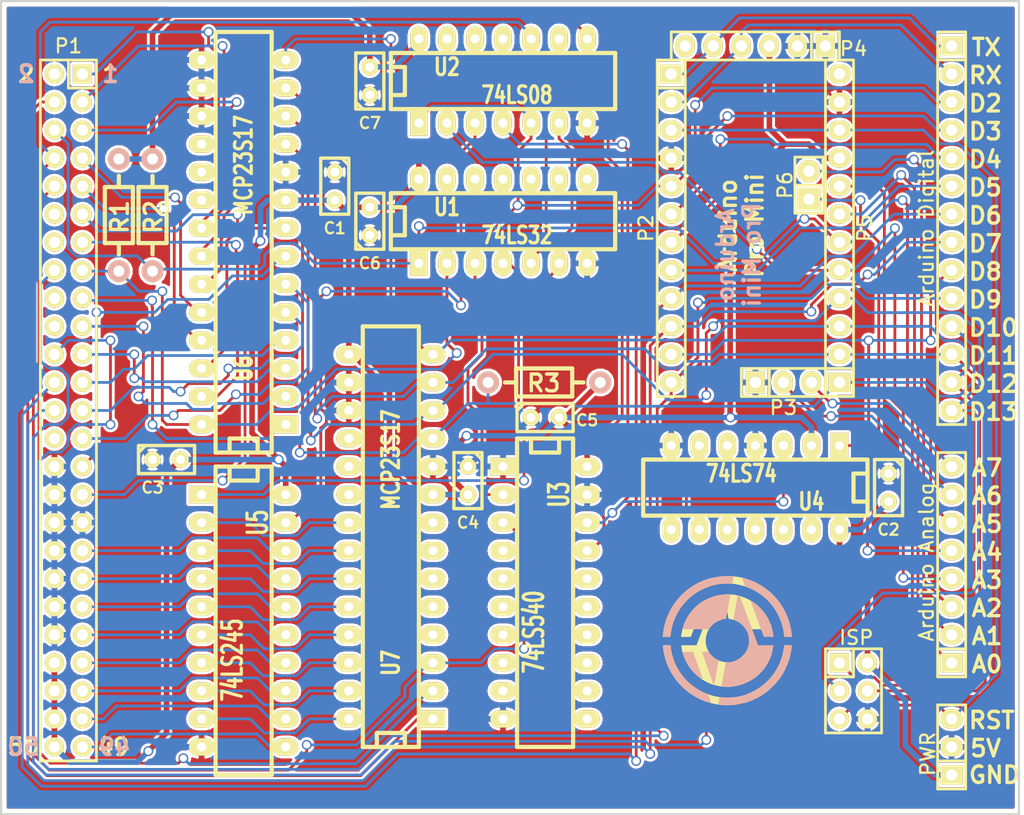
<source format=kicad_pcb>
(kicad_pcb (version 4) (host pcbnew "(2014-08-04 BZR 5053)-product")
  (layers (0 F.Cu signal) (31 B.Cu signal) (34 B.Paste user) (35 F.Paste user) (36 B.SilkS user) (37 F.SilkS user) (38 B.Mask user) (39 F.Mask user) (44 Edge.Cuts user))
  (net 0 "")
  (net 1 VCC)
  (net 2 /A0)
  (net 3 /M1)
  (net 4 /A1)
  (net 5 /MREQ)
  (net 6 /A2)
  (net 7 /A3)
  (net 8 /WR)
  (net 9 /A4)
  (net 10 /RD)
  (net 11 /A5)
  (net 12 /REFSH)
  (net 13 /A6)
  (net 14 /HALT)
  (net 15 /A7)
  (net 16 /WAIT)
  (net 17 /A8)
  (net 18 /INT)
  (net 19 /A9)
  (net 20 /NMI)
  (net 21 /A10)
  (net 22 /DT9)
  (net 23 /A11)
  (net 24 /BUSRQ)
  (net 25 /A12)
  (net 26 /BUSAK)
  (net 27 /A13)
  (net 28 /CLK)
  (net 29 /A14)
  (net 30 /A15)
  (net 31 /D0)
  (net 32 /D1)
  (net 33 /D2)
  (net 34 /D3)
  (net 35 /D4)
  (net 36 /D5)
  (net 37 /D6)
  (net 38 /D7)
  (net 39 /TXD)
  (net 40 /RXI)
  (net 41 /RST)
  (net 42 /DT3)
  (net 43 /DT4)
  (net 44 /DT5)
  (net 45 /DT8)
  (net 46 /AN6)
  (net 47 /AN7)
  (net 48 /DTR)
  (net 49 /DT10)
  (net 50 /DT11)
  (net 51 /DT12)
  (net 52 /DT13)
  (net 53 /AN0)
  (net 54 /AN1)
  (net 55 /AN2)
  (net 56 /AN3)
  (net 57 /RAW)
  (net 58 /AN4)
  (net 59 /AN5)
  (net 60 /AVRCS)
  (net 61 "Net-(U1-Pad4)")
  (net 62 "Net-(U1-Pad5)")
  (net 63 /I_DIR)
  (net 64 /I_OE)
  (net 65 "Net-(U2-Pad4)")
  (net 66 "Net-(U2-Pad9)")
  (net 67 "Net-(U3-Pad4)")
  (net 68 "Net-(U3-Pad5)")
  (net 69 "Net-(U3-Pad6)")
  (net 70 "Net-(U3-Pad7)")
  (net 71 "Net-(U3-Pad8)")
  (net 72 "Net-(U3-Pad9)")
  (net 73 "Net-(U3-Pad11)")
  (net 74 "Net-(U3-Pad12)")
  (net 75 "Net-(U3-Pad13)")
  (net 76 "Net-(U3-Pad14)")
  (net 77 "Net-(U3-Pad15)")
  (net 78 "Net-(U3-Pad16)")
  (net 79 /I_D0)
  (net 80 /I_D1)
  (net 81 /I_D2)
  (net 82 /I_D3)
  (net 83 /I_D4)
  (net 84 /I_D5)
  (net 85 /I_D6)
  (net 86 /I_D7)
  (net 87 "Net-(U6-Pad18)")
  (net 88 "Net-(U6-Pad19)")
  (net 89 "Net-(U6-Pad20)")
  (net 90 "Net-(U7-Pad4)")
  (net 91 "Net-(U7-Pad5)")
  (net 92 "Net-(U7-Pad6)")
  (net 93 "Net-(U7-Pad7)")
  (net 94 "Net-(U7-Pad8)")
  (net 95 "Net-(U7-Pad18)")
  (net 96 "Net-(U7-Pad19)")
  (net 97 "Net-(U7-Pad20)")
  (net 98 GND)
  (net 99 "Net-(U4-Pad5)")
  (module Sockets_DIP:DIP-14__300_ELL (layer F.Cu) (at 171.45 118.745 180)
    (fp_text reference U4 (at -5.08 -1.27 180) (layer F.SilkS) (effects (font (size 1.524 1.143) (thickness 0.3048))))
    (fp_text value 74LS74 (at 1.27 1.27 180) (layer F.SilkS) (effects (font (size 1.524 1.143) (thickness 0.3048))))
    (pad 1 thru_hole rect (at -7.62 3.81 180) (size 1.5748 2.286) (drill 0.8128) (layers *.Cu *.Mask F.SilkS) (net 45 /DT8))
    (pad 2 thru_hole oval (at -5.08 3.81 180) (size 1.5748 2.286) (drill 0.8128) (layers *.Cu *.Mask F.SilkS) (net 1 VCC))
    (pad 3 thru_hole oval (at -2.54 3.81 180) (size 1.5748 2.286) (drill 0.8128) (layers *.Cu *.Mask F.SilkS) (net 65 "Net-(U2-Pad4)"))
    (pad 4 thru_hole oval (at 0 3.81 180) (size 1.5748 2.286) (drill 0.8128) (layers *.Cu *.Mask F.SilkS) (net 98 GND))
    (pad 5 thru_hole oval (at 2.54 3.81 180) (size 1.5748 2.286) (drill 0.8128) (layers *.Cu *.Mask F.SilkS) (net 99 "Net-(U4-Pad5)"))
    (pad 6 thru_hole oval (at 5.08 3.81 180) (size 1.5748 2.286) (drill 0.8128) (layers *.Cu *.Mask F.SilkS) (net 16 /WAIT))
    (pad 7 thru_hole oval (at 7.62 3.81 180) (size 1.5748 2.286) (drill 0.8128) (layers *.Cu *.Mask F.SilkS) (net 98 GND))
    (pad 8 thru_hole oval (at 7.62 -3.81 180) (size 1.5748 2.286) (drill 0.8128) (layers *.Cu *.Mask F.SilkS))
    (pad 9 thru_hole oval (at 5.08 -3.81 180) (size 1.5748 2.286) (drill 0.8128) (layers *.Cu *.Mask F.SilkS))
    (pad 10 thru_hole oval (at 2.54 -3.81 180) (size 1.5748 2.286) (drill 0.8128) (layers *.Cu *.Mask F.SilkS))
    (pad 11 thru_hole oval (at 0 -3.81 180) (size 1.5748 2.286) (drill 0.8128) (layers *.Cu *.Mask F.SilkS))
    (pad 12 thru_hole oval (at -2.54 -3.81 180) (size 1.5748 2.286) (drill 0.8128) (layers *.Cu *.Mask F.SilkS))
    (pad 13 thru_hole oval (at -5.08 -3.81 180) (size 1.5748 2.286) (drill 0.8128) (layers *.Cu *.Mask F.SilkS))
    (pad 14 thru_hole oval (at -7.62 -3.81 180) (size 1.5748 2.286) (drill 0.8128) (layers *.Cu *.Mask F.SilkS) (net 1 VCC))
  )
  (module Capacitors_ThroughHole:Capacitor3MMDiscRM2.5 (layer F.Cu) (at 133.35 91.44 270)
    (fp_text reference C1 (at 3.81 0 360) (layer F.SilkS) (effects (font (size 1.016 1.016) (thickness 0.2032))))
    (fp_text value C hide)
    (pad 1 thru_hole circle (at -1.27 0 270) (size 1.50114 1.50114) (drill 0.8001) (layers *.Cu *.Mask F.SilkS) (net 98 GND))
    (pad 2 thru_hole circle (at 1.27 0 270) (size 1.50114 1.50114) (drill 0.8001) (layers *.Cu *.Mask F.SilkS) (net 1 VCC))
  )
  (module Capacitors_ThroughHole:Capacitor3MMDiscRM2.5 (layer F.Cu) (at 183.515 118.745 270)
    (fp_text reference C2 (at 3.81 0 360) (layer F.SilkS) (effects (font (size 1.016 1.016) (thickness 0.2032))))
    (fp_text value C hide)
    (pad 1 thru_hole circle (at -1.27 0 270) (size 1.50114 1.50114) (drill 0.8001) (layers *.Cu *.Mask F.SilkS) (net 98 GND))
    (pad 2 thru_hole circle (at 1.27 0 270) (size 1.50114 1.50114) (drill 0.8001) (layers *.Cu *.Mask F.SilkS) (net 1 VCC))
  )
  (module Capacitors_ThroughHole:Capacitor3MMDiscRM2.5 (layer F.Cu) (at 118.11 116.205)
    (fp_text reference C3 (at -1.27 2.54 180) (layer F.SilkS) (effects (font (size 1.016 1.016) (thickness 0.2032))))
    (fp_text value C hide)
    (pad 1 thru_hole circle (at -1.27 0) (size 1.50114 1.50114) (drill 0.8001) (layers *.Cu *.Mask F.SilkS) (net 98 GND))
    (pad 2 thru_hole circle (at 1.27 0) (size 1.50114 1.50114) (drill 0.8001) (layers *.Cu *.Mask F.SilkS) (net 1 VCC))
  )
  (module Capacitors_ThroughHole:Capacitor3MMDiscRM2.5 (layer F.Cu) (at 145.415 118.11 270)
    (fp_text reference C4 (at 3.81 0 360) (layer F.SilkS) (effects (font (size 1.016 1.016) (thickness 0.2032))))
    (fp_text value C hide)
    (pad 1 thru_hole circle (at -1.27 0 270) (size 1.50114 1.50114) (drill 0.8001) (layers *.Cu *.Mask F.SilkS) (net 98 GND))
    (pad 2 thru_hole circle (at 1.27 0 270) (size 1.50114 1.50114) (drill 0.8001) (layers *.Cu *.Mask F.SilkS) (net 1 VCC))
  )
  (module Capacitors_ThroughHole:Capacitor3MMDiscRM2.5 (layer F.Cu) (at 152.4 112.395)
    (fp_text reference C5 (at 3.81 0.254) (layer F.SilkS) (effects (font (size 1.016 1.016) (thickness 0.2032))))
    (fp_text value C hide)
    (pad 1 thru_hole circle (at -1.27 0) (size 1.50114 1.50114) (drill 0.8001) (layers *.Cu *.Mask F.SilkS) (net 98 GND))
    (pad 2 thru_hole circle (at 1.27 0) (size 1.50114 1.50114) (drill 0.8001) (layers *.Cu *.Mask F.SilkS) (net 1 VCC))
  )
  (module Capacitors_ThroughHole:Capacitor3MMDiscRM2.5 (layer F.Cu) (at 136.525 94.615 90)
    (fp_text reference C6 (at -3.81 0 180) (layer F.SilkS) (effects (font (size 1.016 1.016) (thickness 0.2032))))
    (fp_text value C hide)
    (pad 1 thru_hole circle (at -1.27 0 90) (size 1.50114 1.50114) (drill 0.8001) (layers *.Cu *.Mask F.SilkS) (net 98 GND))
    (pad 2 thru_hole circle (at 1.27 0 90) (size 1.50114 1.50114) (drill 0.8001) (layers *.Cu *.Mask F.SilkS) (net 1 VCC))
  )
  (module Capacitors_ThroughHole:Capacitor3MMDiscRM2.5 (layer F.Cu) (at 136.525 81.915 90)
    (fp_text reference C7 (at -3.81 0 180) (layer F.SilkS) (effects (font (size 1.016 1.016) (thickness 0.2032))))
    (fp_text value C hide)
    (pad 1 thru_hole circle (at -1.27 0 90) (size 1.50114 1.50114) (drill 0.8001) (layers *.Cu *.Mask F.SilkS) (net 98 GND))
    (pad 2 thru_hole circle (at 1.27 0 90) (size 1.50114 1.50114) (drill 0.8001) (layers *.Cu *.Mask F.SilkS) (net 1 VCC))
  )
  (module Socket_Strips:Socket_Strip_Straight_2x25 (layer F.Cu) (at 109.22 111.76 90)
    (fp_text reference P1 (at 33.02 0 180) (layer F.SilkS) (effects (font (size 1.27 1.27) (thickness 0.2032))))
    (fp_text value CONN_25X2 hide)
    (pad 1 thru_hole rect (at 30.48 1.27 270) (size 1.7272 1.7272) (drill 1.016) (layers *.Cu *.Mask F.SilkS) (net 2 /A0))
    (pad 2 thru_hole oval (at 30.48 -1.27 270) (size 1.7272 1.7272) (drill 1.016) (layers *.Cu *.Mask F.SilkS) (net 3 /M1))
    (pad 3 thru_hole oval (at 27.94 1.27 270) (size 1.7272 1.7272) (drill 1.016) (layers *.Cu *.Mask F.SilkS) (net 4 /A1))
    (pad 4 thru_hole oval (at 27.94 -1.27 270) (size 1.7272 1.7272) (drill 1.016) (layers *.Cu *.Mask F.SilkS) (net 5 /MREQ))
    (pad 5 thru_hole oval (at 25.4 1.27 270) (size 1.7272 1.7272) (drill 1.016) (layers *.Cu *.Mask F.SilkS) (net 6 /A2))
    (pad 6 thru_hole oval (at 25.4 -1.27 270) (size 1.7272 1.7272) (drill 1.016) (layers *.Cu *.Mask F.SilkS) (net 54 /AN1))
    (pad 7 thru_hole oval (at 22.86 1.27 270) (size 1.7272 1.7272) (drill 1.016) (layers *.Cu *.Mask F.SilkS) (net 7 /A3))
    (pad 8 thru_hole oval (at 22.86 -1.27 270) (size 1.7272 1.7272) (drill 1.016) (layers *.Cu *.Mask F.SilkS) (net 8 /WR))
    (pad 9 thru_hole oval (at 20.32 1.27 270) (size 1.7272 1.7272) (drill 1.016) (layers *.Cu *.Mask F.SilkS) (net 9 /A4))
    (pad 10 thru_hole oval (at 20.32 -1.27 270) (size 1.7272 1.7272) (drill 1.016) (layers *.Cu *.Mask F.SilkS) (net 10 /RD))
    (pad 11 thru_hole oval (at 17.78 1.27 270) (size 1.7272 1.7272) (drill 1.016) (layers *.Cu *.Mask F.SilkS) (net 11 /A5))
    (pad 12 thru_hole oval (at 17.78 -1.27 270) (size 1.7272 1.7272) (drill 1.016) (layers *.Cu *.Mask F.SilkS) (net 12 /REFSH))
    (pad 13 thru_hole oval (at 15.24 1.27 270) (size 1.7272 1.7272) (drill 1.016) (layers *.Cu *.Mask F.SilkS) (net 13 /A6))
    (pad 14 thru_hole oval (at 15.24 -1.27 270) (size 1.7272 1.7272) (drill 1.016) (layers *.Cu *.Mask F.SilkS) (net 14 /HALT))
    (pad 15 thru_hole oval (at 12.7 1.27 270) (size 1.7272 1.7272) (drill 1.016) (layers *.Cu *.Mask F.SilkS) (net 15 /A7))
    (pad 16 thru_hole oval (at 12.7 -1.27 270) (size 1.7272 1.7272) (drill 1.016) (layers *.Cu *.Mask F.SilkS) (net 16 /WAIT))
    (pad 17 thru_hole oval (at 10.16 1.27 270) (size 1.7272 1.7272) (drill 1.016) (layers *.Cu *.Mask F.SilkS) (net 17 /A8))
    (pad 18 thru_hole oval (at 10.16 -1.27 270) (size 1.7272 1.7272) (drill 1.016) (layers *.Cu *.Mask F.SilkS) (net 18 /INT))
    (pad 19 thru_hole oval (at 7.62 1.27 270) (size 1.7272 1.7272) (drill 1.016) (layers *.Cu *.Mask F.SilkS) (net 19 /A9))
    (pad 20 thru_hole oval (at 7.62 -1.27 270) (size 1.7272 1.7272) (drill 1.016) (layers *.Cu *.Mask F.SilkS) (net 20 /NMI))
    (pad 21 thru_hole oval (at 5.08 1.27 270) (size 1.7272 1.7272) (drill 1.016) (layers *.Cu *.Mask F.SilkS) (net 21 /A10))
    (pad 22 thru_hole oval (at 5.08 -1.27 270) (size 1.7272 1.7272) (drill 1.016) (layers *.Cu *.Mask F.SilkS) (net 22 /DT9))
    (pad 23 thru_hole oval (at 2.54 1.27 270) (size 1.7272 1.7272) (drill 1.016) (layers *.Cu *.Mask F.SilkS) (net 23 /A11))
    (pad 24 thru_hole oval (at 2.54 -1.27 270) (size 1.7272 1.7272) (drill 1.016) (layers *.Cu *.Mask F.SilkS) (net 24 /BUSRQ))
    (pad 25 thru_hole oval (at 0 1.27 270) (size 1.7272 1.7272) (drill 1.016) (layers *.Cu *.Mask F.SilkS) (net 25 /A12))
    (pad 26 thru_hole oval (at 0 -1.27 270) (size 1.7272 1.7272) (drill 1.016) (layers *.Cu *.Mask F.SilkS) (net 26 /BUSAK))
    (pad 27 thru_hole oval (at -2.54 1.27 270) (size 1.7272 1.7272) (drill 1.016) (layers *.Cu *.Mask F.SilkS) (net 27 /A13))
    (pad 28 thru_hole oval (at -2.54 -1.27 270) (size 1.7272 1.7272) (drill 1.016) (layers *.Cu *.Mask F.SilkS) (net 28 /CLK))
    (pad 29 thru_hole oval (at -5.08 1.27 270) (size 1.7272 1.7272) (drill 1.016) (layers *.Cu *.Mask F.SilkS) (net 29 /A14))
    (pad 30 thru_hole oval (at -5.08 -1.27 270) (size 1.7272 1.7272) (drill 1.016) (layers *.Cu *.Mask F.SilkS) (net 98 GND))
    (pad 31 thru_hole oval (at -7.62 1.27 270) (size 1.7272 1.7272) (drill 1.016) (layers *.Cu *.Mask F.SilkS) (net 30 /A15))
    (pad 32 thru_hole oval (at -7.62 -1.27 270) (size 1.7272 1.7272) (drill 1.016) (layers *.Cu *.Mask F.SilkS) (net 98 GND))
    (pad 33 thru_hole oval (at -10.16 1.27 270) (size 1.7272 1.7272) (drill 1.016) (layers *.Cu *.Mask F.SilkS) (net 98 GND))
    (pad 34 thru_hole oval (at -10.16 -1.27 270) (size 1.7272 1.7272) (drill 1.016) (layers *.Cu *.Mask F.SilkS) (net 98 GND))
    (pad 35 thru_hole oval (at -12.7 1.27 270) (size 1.7272 1.7272) (drill 1.016) (layers *.Cu *.Mask F.SilkS) (net 31 /D0))
    (pad 36 thru_hole oval (at -12.7 -1.27 270) (size 1.7272 1.7272) (drill 1.016) (layers *.Cu *.Mask F.SilkS) (net 98 GND))
    (pad 37 thru_hole oval (at -15.24 1.27 270) (size 1.7272 1.7272) (drill 1.016) (layers *.Cu *.Mask F.SilkS) (net 32 /D1))
    (pad 38 thru_hole oval (at -15.24 -1.27 270) (size 1.7272 1.7272) (drill 1.016) (layers *.Cu *.Mask F.SilkS) (net 98 GND))
    (pad 39 thru_hole oval (at -17.78 1.27 270) (size 1.7272 1.7272) (drill 1.016) (layers *.Cu *.Mask F.SilkS) (net 33 /D2))
    (pad 40 thru_hole oval (at -17.78 -1.27 270) (size 1.7272 1.7272) (drill 1.016) (layers *.Cu *.Mask F.SilkS) (net 98 GND))
    (pad 41 thru_hole oval (at -20.32 1.27 270) (size 1.7272 1.7272) (drill 1.016) (layers *.Cu *.Mask F.SilkS) (net 34 /D3))
    (pad 42 thru_hole oval (at -20.32 -1.27 270) (size 1.7272 1.7272) (drill 1.016) (layers *.Cu *.Mask F.SilkS) (net 98 GND))
    (pad 43 thru_hole oval (at -22.86 1.27 270) (size 1.7272 1.7272) (drill 1.016) (layers *.Cu *.Mask F.SilkS) (net 35 /D4))
    (pad 44 thru_hole oval (at -22.86 -1.27 270) (size 1.7272 1.7272) (drill 1.016) (layers *.Cu *.Mask F.SilkS) (net 1 VCC))
    (pad 45 thru_hole oval (at -25.4 1.27 270) (size 1.7272 1.7272) (drill 1.016) (layers *.Cu *.Mask F.SilkS) (net 36 /D5))
    (pad 46 thru_hole oval (at -25.4 -1.27 270) (size 1.7272 1.7272) (drill 1.016) (layers *.Cu *.Mask F.SilkS) (net 1 VCC))
    (pad 47 thru_hole oval (at -27.94 1.27 270) (size 1.7272 1.7272) (drill 1.016) (layers *.Cu *.Mask F.SilkS) (net 37 /D6))
    (pad 48 thru_hole oval (at -27.94 -1.27 270) (size 1.7272 1.7272) (drill 1.016) (layers *.Cu *.Mask F.SilkS) (net 1 VCC))
    (pad 49 thru_hole oval (at -30.48 1.27 270) (size 1.7272 1.7272) (drill 1.016) (layers *.Cu *.Mask F.SilkS) (net 38 /D7))
    (pad 50 thru_hole oval (at -30.48 -1.27 270) (size 1.7272 1.7272) (drill 1.016) (layers *.Cu *.Mask F.SilkS) (net 1 VCC))
  )
  (module Socket_Strips:Socket_Strip_Straight_1x12 (layer F.Cu) (at 163.83 95.25 90)
    (fp_text reference P2 (at 0 -2.286 90) (layer F.SilkS) (effects (font (size 1.27 1.27) (thickness 0.2032))))
    (fp_text value Arduino-Left hide)
    (pad 1 thru_hole rect (at 13.97 0 270) (size 1.7272 2.032) (drill 1.016) (layers *.Cu *.Mask F.SilkS) (net 39 /TXD))
    (pad 2 thru_hole oval (at 11.43 0 270) (size 1.7272 2.032) (drill 1.016) (layers *.Cu *.Mask F.SilkS) (net 40 /RXI))
    (pad 3 thru_hole oval (at 8.89 0 270) (size 1.7272 2.032) (drill 1.016) (layers *.Cu *.Mask F.SilkS) (net 41 /RST))
    (pad 4 thru_hole oval (at 6.35 0 270) (size 1.7272 2.032) (drill 1.016) (layers *.Cu *.Mask F.SilkS) (net 98 GND))
    (pad 5 thru_hole oval (at 3.81 0 270) (size 1.7272 2.032) (drill 1.016) (layers *.Cu *.Mask F.SilkS) (net 60 /AVRCS))
    (pad 6 thru_hole oval (at 1.27 0 270) (size 1.7272 2.032) (drill 1.016) (layers *.Cu *.Mask F.SilkS) (net 42 /DT3))
    (pad 7 thru_hole oval (at -1.27 0 270) (size 1.7272 2.032) (drill 1.016) (layers *.Cu *.Mask F.SilkS) (net 43 /DT4))
    (pad 8 thru_hole oval (at -3.81 0 270) (size 1.7272 2.032) (drill 1.016) (layers *.Cu *.Mask F.SilkS) (net 44 /DT5))
    (pad 9 thru_hole oval (at -6.35 0 270) (size 1.7272 2.032) (drill 1.016) (layers *.Cu *.Mask F.SilkS) (net 24 /BUSRQ))
    (pad 10 thru_hole oval (at -8.89 0 270) (size 1.7272 2.032) (drill 1.016) (layers *.Cu *.Mask F.SilkS) (net 26 /BUSAK))
    (pad 11 thru_hole oval (at -11.43 0 270) (size 1.7272 2.032) (drill 1.016) (layers *.Cu *.Mask F.SilkS) (net 45 /DT8))
    (pad 12 thru_hole oval (at -13.97 0 270) (size 1.7272 2.032) (drill 1.016) (layers *.Cu *.Mask F.SilkS) (net 22 /DT9))
  )
  (module Socket_Strips:Socket_Strip_Straight_1x03 (layer F.Cu) (at 173.99 109.22 180)
    (fp_text reference P3 (at 0 -2.286 180) (layer F.SilkS) (effects (font (size 1.27 1.27) (thickness 0.2032))))
    (fp_text value Arduino-Bottom hide)
    (pad 1 thru_hole rect (at 2.54 0) (size 1.7272 2.032) (drill 1.016) (layers *.Cu *.Mask F.SilkS) (net 98 GND))
    (pad 2 thru_hole oval (at 0 0) (size 1.7272 2.032) (drill 1.016) (layers *.Cu *.Mask F.SilkS) (net 46 /AN6))
    (pad 3 thru_hole oval (at -2.54 0) (size 1.7272 2.032) (drill 1.016) (layers *.Cu *.Mask F.SilkS) (net 47 /AN7))
  )
  (module Socket_Strips:Socket_Strip_Straight_1x06 (layer F.Cu) (at 171.45 78.74)
    (fp_text reference P4 (at 8.89 0.254) (layer F.SilkS) (effects (font (size 1.27 1.27) (thickness 0.2032))))
    (fp_text value Arduino-FTDI hide)
    (pad 1 thru_hole rect (at 6.35 0 180) (size 1.7272 2.032) (drill 1.016) (layers *.Cu *.Mask F.SilkS) (net 98 GND))
    (pad 2 thru_hole oval (at 3.81 0 180) (size 1.7272 2.032) (drill 1.016) (layers *.Cu *.Mask F.SilkS) (net 98 GND))
    (pad 3 thru_hole oval (at 1.27 0 180) (size 1.7272 2.032) (drill 1.016) (layers *.Cu *.Mask F.SilkS) (net 1 VCC))
    (pad 4 thru_hole oval (at -1.27 0 180) (size 1.7272 2.032) (drill 1.016) (layers *.Cu *.Mask F.SilkS) (net 40 /RXI))
    (pad 5 thru_hole oval (at -3.81 0 180) (size 1.7272 2.032) (drill 1.016) (layers *.Cu *.Mask F.SilkS) (net 39 /TXD))
    (pad 6 thru_hole oval (at -6.35 0 180) (size 1.7272 2.032) (drill 1.016) (layers *.Cu *.Mask F.SilkS) (net 48 /DTR))
  )
  (module Socket_Strips:Socket_Strip_Straight_1x12 (layer F.Cu) (at 179.07 95.25 270)
    (fp_text reference P5 (at 0 -2.286 270) (layer F.SilkS) (effects (font (size 1.27 1.27) (thickness 0.2032))))
    (fp_text value Arduino_Right hide)
    (pad 1 thru_hole rect (at 13.97 0 90) (size 1.7272 2.032) (drill 1.016) (layers *.Cu *.Mask F.SilkS) (net 49 /DT10))
    (pad 2 thru_hole oval (at 11.43 0 90) (size 1.7272 2.032) (drill 1.016) (layers *.Cu *.Mask F.SilkS) (net 50 /DT11))
    (pad 3 thru_hole oval (at 8.89 0 90) (size 1.7272 2.032) (drill 1.016) (layers *.Cu *.Mask F.SilkS) (net 51 /DT12))
    (pad 4 thru_hole oval (at 6.35 0 90) (size 1.7272 2.032) (drill 1.016) (layers *.Cu *.Mask F.SilkS) (net 52 /DT13))
    (pad 5 thru_hole oval (at 3.81 0 90) (size 1.7272 2.032) (drill 1.016) (layers *.Cu *.Mask F.SilkS) (net 53 /AN0))
    (pad 6 thru_hole oval (at 1.27 0 90) (size 1.7272 2.032) (drill 1.016) (layers *.Cu *.Mask F.SilkS) (net 54 /AN1))
    (pad 7 thru_hole oval (at -1.27 0 90) (size 1.7272 2.032) (drill 1.016) (layers *.Cu *.Mask F.SilkS) (net 55 /AN2))
    (pad 8 thru_hole oval (at -3.81 0 90) (size 1.7272 2.032) (drill 1.016) (layers *.Cu *.Mask F.SilkS) (net 56 /AN3))
    (pad 9 thru_hole oval (at -6.35 0 90) (size 1.7272 2.032) (drill 1.016) (layers *.Cu *.Mask F.SilkS) (net 1 VCC))
    (pad 10 thru_hole oval (at -8.89 0 90) (size 1.7272 2.032) (drill 1.016) (layers *.Cu *.Mask F.SilkS) (net 41 /RST))
    (pad 11 thru_hole oval (at -11.43 0 90) (size 1.7272 2.032) (drill 1.016) (layers *.Cu *.Mask F.SilkS) (net 98 GND))
    (pad 12 thru_hole oval (at -13.97 0 90) (size 1.7272 2.032) (drill 1.016) (layers *.Cu *.Mask F.SilkS) (net 57 /RAW))
  )
  (module Socket_Strips:Socket_Strip_Straight_1x02 (layer F.Cu) (at 176.3014 91.3511 270)
    (fp_text reference P6 (at 0 2.159 270) (layer F.SilkS) (effects (font (size 1.27 1.27) (thickness 0.2032))))
    (fp_text value Arduino-Middle hide)
    (pad 1 thru_hole rect (at 1.27 0 90) (size 2.032 2.032) (drill 1.016) (layers *.Cu *.Mask F.SilkS) (net 58 /AN4))
    (pad 2 thru_hole oval (at -1.27 0 90) (size 2.032 2.032) (drill 1.016) (layers *.Cu *.Mask F.SilkS) (net 59 /AN5))
  )
  (module Sockets_DIP:DIP-14__300_ELL (layer F.Cu) (at 148.59 94.615)
    (fp_text reference U1 (at -5.08 -1.27) (layer F.SilkS) (effects (font (size 1.524 1.143) (thickness 0.3048))))
    (fp_text value 74LS32 (at 1.27 1.27) (layer F.SilkS) (effects (font (size 1.524 1.143) (thickness 0.3048))))
    (pad 1 thru_hole rect (at -7.62 3.81) (size 1.5748 2.286) (drill 0.8128) (layers *.Cu *.Mask F.SilkS) (net 54 /AN1))
    (pad 2 thru_hole oval (at -5.08 3.81) (size 1.5748 2.286) (drill 0.8128) (layers *.Cu *.Mask F.SilkS) (net 15 /A7))
    (pad 3 thru_hole oval (at -2.54 3.81) (size 1.5748 2.286) (drill 0.8128) (layers *.Cu *.Mask F.SilkS) (net 60 /AVRCS))
    (pad 4 thru_hole oval (at 0 3.81) (size 1.5748 2.286) (drill 0.8128) (layers *.Cu *.Mask F.SilkS) (net 61 "Net-(U1-Pad4)"))
    (pad 5 thru_hole oval (at 2.54 3.81) (size 1.5748 2.286) (drill 0.8128) (layers *.Cu *.Mask F.SilkS) (net 62 "Net-(U1-Pad5)"))
    (pad 6 thru_hole oval (at 5.08 3.81) (size 1.5748 2.286) (drill 0.8128) (layers *.Cu *.Mask F.SilkS) (net 63 /I_DIR))
    (pad 7 thru_hole oval (at 7.62 3.81) (size 1.5748 2.286) (drill 0.8128) (layers *.Cu *.Mask F.SilkS) (net 98 GND))
    (pad 8 thru_hole oval (at 7.62 -3.81) (size 1.5748 2.286) (drill 0.8128) (layers *.Cu *.Mask F.SilkS))
    (pad 9 thru_hole oval (at 5.08 -3.81) (size 1.5748 2.286) (drill 0.8128) (layers *.Cu *.Mask F.SilkS))
    (pad 10 thru_hole oval (at 2.54 -3.81) (size 1.5748 2.286) (drill 0.8128) (layers *.Cu *.Mask F.SilkS))
    (pad 11 thru_hole oval (at 0 -3.81) (size 1.5748 2.286) (drill 0.8128) (layers *.Cu *.Mask F.SilkS))
    (pad 12 thru_hole oval (at -2.54 -3.81) (size 1.5748 2.286) (drill 0.8128) (layers *.Cu *.Mask F.SilkS))
    (pad 13 thru_hole oval (at -5.08 -3.81) (size 1.5748 2.286) (drill 0.8128) (layers *.Cu *.Mask F.SilkS))
    (pad 14 thru_hole oval (at -7.62 -3.81) (size 1.5748 2.286) (drill 0.8128) (layers *.Cu *.Mask F.SilkS) (net 1 VCC))
  )
  (module Sockets_DIP:DIP-14__300_ELL (layer F.Cu) (at 148.59 81.915)
    (fp_text reference U2 (at -5.08 -1.27) (layer F.SilkS) (effects (font (size 1.524 1.143) (thickness 0.3048))))
    (fp_text value 74LS08 (at 1.27 1.27) (layer F.SilkS) (effects (font (size 1.524 1.143) (thickness 0.3048))))
    (pad 1 thru_hole rect (at -7.62 3.81) (size 1.5748 2.286) (drill 0.8128) (layers *.Cu *.Mask F.SilkS) (net 60 /AVRCS))
    (pad 2 thru_hole oval (at -5.08 3.81) (size 1.5748 2.286) (drill 0.8128) (layers *.Cu *.Mask F.SilkS) (net 53 /AN0))
    (pad 3 thru_hole oval (at -2.54 3.81) (size 1.5748 2.286) (drill 0.8128) (layers *.Cu *.Mask F.SilkS) (net 64 /I_OE))
    (pad 4 thru_hole oval (at 0 3.81) (size 1.5748 2.286) (drill 0.8128) (layers *.Cu *.Mask F.SilkS) (net 65 "Net-(U2-Pad4)"))
    (pad 5 thru_hole oval (at 2.54 3.81) (size 1.5748 2.286) (drill 0.8128) (layers *.Cu *.Mask F.SilkS) (net 60 /AVRCS))
    (pad 6 thru_hole oval (at 5.08 3.81) (size 1.5748 2.286) (drill 0.8128) (layers *.Cu *.Mask F.SilkS) (net 61 "Net-(U1-Pad4)"))
    (pad 7 thru_hole oval (at 7.62 3.81) (size 1.5748 2.286) (drill 0.8128) (layers *.Cu *.Mask F.SilkS) (net 98 GND))
    (pad 8 thru_hole oval (at 7.62 -3.81) (size 1.5748 2.286) (drill 0.8128) (layers *.Cu *.Mask F.SilkS) (net 62 "Net-(U1-Pad5)"))
    (pad 9 thru_hole oval (at 5.08 -3.81) (size 1.5748 2.286) (drill 0.8128) (layers *.Cu *.Mask F.SilkS) (net 66 "Net-(U2-Pad9)"))
    (pad 10 thru_hole oval (at 2.54 -3.81) (size 1.5748 2.286) (drill 0.8128) (layers *.Cu *.Mask F.SilkS) (net 8 /WR))
    (pad 11 thru_hole oval (at 0 -3.81) (size 1.5748 2.286) (drill 0.8128) (layers *.Cu *.Mask F.SilkS))
    (pad 12 thru_hole oval (at -2.54 -3.81) (size 1.5748 2.286) (drill 0.8128) (layers *.Cu *.Mask F.SilkS))
    (pad 13 thru_hole oval (at -5.08 -3.81) (size 1.5748 2.286) (drill 0.8128) (layers *.Cu *.Mask F.SilkS))
    (pad 14 thru_hole oval (at -7.62 -3.81) (size 1.5748 2.286) (drill 0.8128) (layers *.Cu *.Mask F.SilkS) (net 1 VCC))
  )
  (module Sockets_DIP:DIP-20__300_ELL (layer F.Cu) (at 152.4 128.27 270)
    (fp_text reference U3 (at -8.89 -1.27 270) (layer F.SilkS) (effects (font (size 1.778 1.143) (thickness 0.3048))))
    (fp_text value 74LS540 (at 3.556 1.016 270) (layer F.SilkS) (effects (font (size 1.778 1.143) (thickness 0.3048))))
    (pad 1 thru_hole rect (at -11.43 3.81 270) (size 1.5748 2.286) (drill 0.8128) (layers *.Cu *.Mask F.SilkS) (net 98 GND))
    (pad 2 thru_hole oval (at -8.89 3.81 270) (size 1.5748 2.286) (drill 0.8128) (layers *.Cu *.Mask F.SilkS) (net 60 /AVRCS))
    (pad 3 thru_hole oval (at -6.35 3.81 270) (size 1.5748 2.286) (drill 0.8128) (layers *.Cu *.Mask F.SilkS) (net 8 /WR))
    (pad 4 thru_hole oval (at -3.81 3.81 270) (size 1.5748 2.286) (drill 0.8128) (layers *.Cu *.Mask F.SilkS) (net 67 "Net-(U3-Pad4)"))
    (pad 5 thru_hole oval (at -1.27 3.81 270) (size 1.5748 2.286) (drill 0.8128) (layers *.Cu *.Mask F.SilkS) (net 68 "Net-(U3-Pad5)"))
    (pad 6 thru_hole oval (at 1.27 3.81 270) (size 1.5748 2.286) (drill 0.8128) (layers *.Cu *.Mask F.SilkS) (net 69 "Net-(U3-Pad6)"))
    (pad 7 thru_hole oval (at 3.81 3.81 270) (size 1.5748 2.286) (drill 0.8128) (layers *.Cu *.Mask F.SilkS) (net 70 "Net-(U3-Pad7)"))
    (pad 8 thru_hole oval (at 6.35 3.81 270) (size 1.5748 2.286) (drill 0.8128) (layers *.Cu *.Mask F.SilkS) (net 71 "Net-(U3-Pad8)"))
    (pad 9 thru_hole oval (at 8.89 3.81 270) (size 1.5748 2.286) (drill 0.8128) (layers *.Cu *.Mask F.SilkS) (net 72 "Net-(U3-Pad9)"))
    (pad 10 thru_hole oval (at 11.43 3.81 270) (size 1.5748 2.286) (drill 0.8128) (layers *.Cu *.Mask F.SilkS) (net 98 GND))
    (pad 11 thru_hole oval (at 11.43 -3.81 270) (size 1.5748 2.286) (drill 0.8128) (layers *.Cu *.Mask F.SilkS) (net 73 "Net-(U3-Pad11)"))
    (pad 12 thru_hole oval (at 8.89 -3.81 270) (size 1.5748 2.286) (drill 0.8128) (layers *.Cu *.Mask F.SilkS) (net 74 "Net-(U3-Pad12)"))
    (pad 13 thru_hole oval (at 6.35 -3.81 270) (size 1.5748 2.286) (drill 0.8128) (layers *.Cu *.Mask F.SilkS) (net 75 "Net-(U3-Pad13)"))
    (pad 14 thru_hole oval (at 3.81 -3.81 270) (size 1.5748 2.286) (drill 0.8128) (layers *.Cu *.Mask F.SilkS) (net 76 "Net-(U3-Pad14)"))
    (pad 15 thru_hole oval (at 1.27 -3.81 270) (size 1.5748 2.286) (drill 0.8128) (layers *.Cu *.Mask F.SilkS) (net 77 "Net-(U3-Pad15)"))
    (pad 16 thru_hole oval (at -1.27 -3.81 270) (size 1.5748 2.286) (drill 0.8128) (layers *.Cu *.Mask F.SilkS) (net 78 "Net-(U3-Pad16)"))
    (pad 17 thru_hole oval (at -3.81 -3.81 270) (size 1.5748 2.286) (drill 0.8128) (layers *.Cu *.Mask F.SilkS) (net 66 "Net-(U2-Pad9)"))
    (pad 18 thru_hole oval (at -6.35 -3.81 270) (size 1.5748 2.286) (drill 0.8128) (layers *.Cu *.Mask F.SilkS) (net 65 "Net-(U2-Pad4)"))
    (pad 19 thru_hole oval (at -8.89 -3.81 270) (size 1.5748 2.286) (drill 0.8128) (layers *.Cu *.Mask F.SilkS) (net 98 GND))
    (pad 20 thru_hole oval (at -11.43 -3.81 270) (size 1.5748 2.286) (drill 0.8128) (layers *.Cu *.Mask F.SilkS) (net 1 VCC))
  )
  (module Sockets_DIP:DIP-20__300_ELL (layer F.Cu) (at 125.095 130.81 270)
    (fp_text reference U5 (at -8.89 -1.27 270) (layer F.SilkS) (effects (font (size 1.778 1.143) (thickness 0.3048))))
    (fp_text value 74LS245 (at 3.556 1.016 270) (layer F.SilkS) (effects (font (size 1.778 1.143) (thickness 0.3048))))
    (pad 1 thru_hole rect (at -11.43 3.81 270) (size 1.5748 2.286) (drill 0.8128) (layers *.Cu *.Mask F.SilkS) (net 63 /I_DIR))
    (pad 2 thru_hole oval (at -8.89 3.81 270) (size 1.5748 2.286) (drill 0.8128) (layers *.Cu *.Mask F.SilkS) (net 79 /I_D0))
    (pad 3 thru_hole oval (at -6.35 3.81 270) (size 1.5748 2.286) (drill 0.8128) (layers *.Cu *.Mask F.SilkS) (net 80 /I_D1))
    (pad 4 thru_hole oval (at -3.81 3.81 270) (size 1.5748 2.286) (drill 0.8128) (layers *.Cu *.Mask F.SilkS) (net 81 /I_D2))
    (pad 5 thru_hole oval (at -1.27 3.81 270) (size 1.5748 2.286) (drill 0.8128) (layers *.Cu *.Mask F.SilkS) (net 82 /I_D3))
    (pad 6 thru_hole oval (at 1.27 3.81 270) (size 1.5748 2.286) (drill 0.8128) (layers *.Cu *.Mask F.SilkS) (net 83 /I_D4))
    (pad 7 thru_hole oval (at 3.81 3.81 270) (size 1.5748 2.286) (drill 0.8128) (layers *.Cu *.Mask F.SilkS) (net 84 /I_D5))
    (pad 8 thru_hole oval (at 6.35 3.81 270) (size 1.5748 2.286) (drill 0.8128) (layers *.Cu *.Mask F.SilkS) (net 85 /I_D6))
    (pad 9 thru_hole oval (at 8.89 3.81 270) (size 1.5748 2.286) (drill 0.8128) (layers *.Cu *.Mask F.SilkS) (net 86 /I_D7))
    (pad 10 thru_hole oval (at 11.43 3.81 270) (size 1.5748 2.286) (drill 0.8128) (layers *.Cu *.Mask F.SilkS) (net 98 GND))
    (pad 11 thru_hole oval (at 11.43 -3.81 270) (size 1.5748 2.286) (drill 0.8128) (layers *.Cu *.Mask F.SilkS) (net 38 /D7))
    (pad 12 thru_hole oval (at 8.89 -3.81 270) (size 1.5748 2.286) (drill 0.8128) (layers *.Cu *.Mask F.SilkS) (net 37 /D6))
    (pad 13 thru_hole oval (at 6.35 -3.81 270) (size 1.5748 2.286) (drill 0.8128) (layers *.Cu *.Mask F.SilkS) (net 36 /D5))
    (pad 14 thru_hole oval (at 3.81 -3.81 270) (size 1.5748 2.286) (drill 0.8128) (layers *.Cu *.Mask F.SilkS) (net 35 /D4))
    (pad 15 thru_hole oval (at 1.27 -3.81 270) (size 1.5748 2.286) (drill 0.8128) (layers *.Cu *.Mask F.SilkS) (net 34 /D3))
    (pad 16 thru_hole oval (at -1.27 -3.81 270) (size 1.5748 2.286) (drill 0.8128) (layers *.Cu *.Mask F.SilkS) (net 33 /D2))
    (pad 17 thru_hole oval (at -3.81 -3.81 270) (size 1.5748 2.286) (drill 0.8128) (layers *.Cu *.Mask F.SilkS) (net 32 /D1))
    (pad 18 thru_hole oval (at -6.35 -3.81 270) (size 1.5748 2.286) (drill 0.8128) (layers *.Cu *.Mask F.SilkS) (net 31 /D0))
    (pad 19 thru_hole oval (at -8.89 -3.81 270) (size 1.5748 2.286) (drill 0.8128) (layers *.Cu *.Mask F.SilkS) (net 64 /I_OE))
    (pad 20 thru_hole oval (at -11.43 -3.81 270) (size 1.5748 2.286) (drill 0.8128) (layers *.Cu *.Mask F.SilkS) (net 1 VCC))
  )
  (module Sockets_DIP:DIP-28__300_ELL (layer F.Cu) (at 125.095 96.52 90)
    (fp_text reference U6 (at -11.43 0 90) (layer F.SilkS) (effects (font (size 1.524 1.143) (thickness 0.3048))))
    (fp_text value MCP23S17 (at 6.985 0 90) (layer F.SilkS) (effects (font (size 1.524 1.143) (thickness 0.3048))))
    (pad 2 thru_hole oval (at -13.97 3.81 90) (size 1.5748 2.286) (drill 0.8128) (layers *.Cu *.Mask F.SilkS) (net 19 /A9))
    (pad 3 thru_hole oval (at -11.43 3.81 90) (size 1.5748 2.286) (drill 0.8128) (layers *.Cu *.Mask F.SilkS) (net 21 /A10))
    (pad 4 thru_hole oval (at -8.89 3.81 90) (size 1.5748 2.286) (drill 0.8128) (layers *.Cu *.Mask F.SilkS) (net 23 /A11))
    (pad 5 thru_hole oval (at -6.35 3.81 90) (size 1.5748 2.286) (drill 0.8128) (layers *.Cu *.Mask F.SilkS) (net 25 /A12))
    (pad 6 thru_hole oval (at -3.81 3.81 90) (size 1.5748 2.286) (drill 0.8128) (layers *.Cu *.Mask F.SilkS) (net 27 /A13))
    (pad 7 thru_hole oval (at -1.27 3.81 90) (size 1.5748 2.286) (drill 0.8128) (layers *.Cu *.Mask F.SilkS) (net 29 /A14))
    (pad 8 thru_hole oval (at 1.27 3.81 90) (size 1.5748 2.286) (drill 0.8128) (layers *.Cu *.Mask F.SilkS) (net 30 /A15))
    (pad 9 thru_hole oval (at 3.81 3.81 90) (size 1.5748 2.286) (drill 0.8128) (layers *.Cu *.Mask F.SilkS) (net 1 VCC))
    (pad 10 thru_hole oval (at 6.35 3.81 90) (size 1.5748 2.286) (drill 0.8128) (layers *.Cu *.Mask F.SilkS) (net 98 GND))
    (pad 11 thru_hole oval (at 8.89 3.81 90) (size 1.5748 2.286) (drill 0.8128) (layers *.Cu *.Mask F.SilkS) (net 49 /DT10))
    (pad 12 thru_hole oval (at 11.43 3.81 90) (size 1.5748 2.286) (drill 0.8128) (layers *.Cu *.Mask F.SilkS) (net 52 /DT13))
    (pad 13 thru_hole oval (at 13.97 3.81 90) (size 1.5748 2.286) (drill 0.8128) (layers *.Cu *.Mask F.SilkS) (net 50 /DT11))
    (pad 14 thru_hole oval (at 16.51 3.81 90) (size 1.5748 2.286) (drill 0.8128) (layers *.Cu *.Mask F.SilkS) (net 51 /DT12))
    (pad 1 thru_hole rect (at -16.51 3.81 90) (size 1.5748 2.286) (drill 0.8128) (layers *.Cu *.Mask F.SilkS) (net 17 /A8))
    (pad 15 thru_hole oval (at 16.51 -3.81 90) (size 1.5748 2.286) (drill 0.8128) (layers *.Cu *.Mask F.SilkS) (net 98 GND))
    (pad 16 thru_hole oval (at 13.97 -3.81 90) (size 1.5748 2.286) (drill 0.8128) (layers *.Cu *.Mask F.SilkS) (net 98 GND))
    (pad 17 thru_hole oval (at 11.43 -3.81 90) (size 1.5748 2.286) (drill 0.8128) (layers *.Cu *.Mask F.SilkS) (net 98 GND))
    (pad 18 thru_hole oval (at 8.89 -3.81 90) (size 1.5748 2.286) (drill 0.8128) (layers *.Cu *.Mask F.SilkS) (net 87 "Net-(U6-Pad18)"))
    (pad 19 thru_hole oval (at 6.35 -3.81 90) (size 1.5748 2.286) (drill 0.8128) (layers *.Cu *.Mask F.SilkS) (net 88 "Net-(U6-Pad19)"))
    (pad 20 thru_hole oval (at 3.81 -3.81 90) (size 1.5748 2.286) (drill 0.8128) (layers *.Cu *.Mask F.SilkS) (net 89 "Net-(U6-Pad20)"))
    (pad 21 thru_hole oval (at 1.27 -3.81 90) (size 1.5748 2.286) (drill 0.8128) (layers *.Cu *.Mask F.SilkS) (net 2 /A0))
    (pad 22 thru_hole oval (at -1.27 -3.81 90) (size 1.5748 2.286) (drill 0.8128) (layers *.Cu *.Mask F.SilkS) (net 4 /A1))
    (pad 23 thru_hole oval (at -3.81 -3.81 90) (size 1.5748 2.286) (drill 0.8128) (layers *.Cu *.Mask F.SilkS) (net 6 /A2))
    (pad 24 thru_hole oval (at -6.35 -3.81 90) (size 1.5748 2.286) (drill 0.8128) (layers *.Cu *.Mask F.SilkS) (net 7 /A3))
    (pad 25 thru_hole oval (at -8.89 -3.81 90) (size 1.5748 2.286) (drill 0.8128) (layers *.Cu *.Mask F.SilkS) (net 9 /A4))
    (pad 26 thru_hole oval (at -11.43 -3.81 90) (size 1.5748 2.286) (drill 0.8128) (layers *.Cu *.Mask F.SilkS) (net 11 /A5))
    (pad 27 thru_hole oval (at -13.97 -3.81 90) (size 1.5748 2.286) (drill 0.8128) (layers *.Cu *.Mask F.SilkS) (net 13 /A6))
    (pad 28 thru_hole oval (at -16.51 -3.81 90) (size 1.5748 2.286) (drill 0.8128) (layers *.Cu *.Mask F.SilkS) (net 15 /A7))
  )
  (module Sockets_DIP:DIP-28__300_ELL (layer F.Cu) (at 138.43 123.19 90)
    (fp_text reference U7 (at -11.43 0 90) (layer F.SilkS) (effects (font (size 1.524 1.143) (thickness 0.3048))))
    (fp_text value MCP23S17 (at 6.985 0 90) (layer F.SilkS) (effects (font (size 1.524 1.143) (thickness 0.3048))))
    (pad 2 thru_hole oval (at -13.97 3.81 90) (size 1.5748 2.286) (drill 0.8128) (layers *.Cu *.Mask F.SilkS) (net 10 /RD))
    (pad 3 thru_hole oval (at -11.43 3.81 90) (size 1.5748 2.286) (drill 0.8128) (layers *.Cu *.Mask F.SilkS) (net 8 /WR))
    (pad 4 thru_hole oval (at -8.89 3.81 90) (size 1.5748 2.286) (drill 0.8128) (layers *.Cu *.Mask F.SilkS) (net 90 "Net-(U7-Pad4)"))
    (pad 5 thru_hole oval (at -6.35 3.81 90) (size 1.5748 2.286) (drill 0.8128) (layers *.Cu *.Mask F.SilkS) (net 91 "Net-(U7-Pad5)"))
    (pad 6 thru_hole oval (at -3.81 3.81 90) (size 1.5748 2.286) (drill 0.8128) (layers *.Cu *.Mask F.SilkS) (net 92 "Net-(U7-Pad6)"))
    (pad 7 thru_hole oval (at -1.27 3.81 90) (size 1.5748 2.286) (drill 0.8128) (layers *.Cu *.Mask F.SilkS) (net 93 "Net-(U7-Pad7)"))
    (pad 8 thru_hole oval (at 1.27 3.81 90) (size 1.5748 2.286) (drill 0.8128) (layers *.Cu *.Mask F.SilkS) (net 94 "Net-(U7-Pad8)"))
    (pad 9 thru_hole oval (at 3.81 3.81 90) (size 1.5748 2.286) (drill 0.8128) (layers *.Cu *.Mask F.SilkS) (net 1 VCC))
    (pad 10 thru_hole oval (at 6.35 3.81 90) (size 1.5748 2.286) (drill 0.8128) (layers *.Cu *.Mask F.SilkS) (net 98 GND))
    (pad 11 thru_hole oval (at 8.89 3.81 90) (size 1.5748 2.286) (drill 0.8128) (layers *.Cu *.Mask F.SilkS) (net 49 /DT10))
    (pad 12 thru_hole oval (at 11.43 3.81 90) (size 1.5748 2.286) (drill 0.8128) (layers *.Cu *.Mask F.SilkS) (net 52 /DT13))
    (pad 13 thru_hole oval (at 13.97 3.81 90) (size 1.5748 2.286) (drill 0.8128) (layers *.Cu *.Mask F.SilkS) (net 50 /DT11))
    (pad 14 thru_hole oval (at 16.51 3.81 90) (size 1.5748 2.286) (drill 0.8128) (layers *.Cu *.Mask F.SilkS) (net 51 /DT12))
    (pad 1 thru_hole rect (at -16.51 3.81 90) (size 1.5748 2.286) (drill 0.8128) (layers *.Cu *.Mask F.SilkS) (net 5 /MREQ))
    (pad 15 thru_hole oval (at 16.51 -3.81 90) (size 1.5748 2.286) (drill 0.8128) (layers *.Cu *.Mask F.SilkS) (net 1 VCC))
    (pad 16 thru_hole oval (at 13.97 -3.81 90) (size 1.5748 2.286) (drill 0.8128) (layers *.Cu *.Mask F.SilkS) (net 98 GND))
    (pad 17 thru_hole oval (at 11.43 -3.81 90) (size 1.5748 2.286) (drill 0.8128) (layers *.Cu *.Mask F.SilkS) (net 98 GND))
    (pad 18 thru_hole oval (at 8.89 -3.81 90) (size 1.5748 2.286) (drill 0.8128) (layers *.Cu *.Mask F.SilkS) (net 95 "Net-(U7-Pad18)"))
    (pad 19 thru_hole oval (at 6.35 -3.81 90) (size 1.5748 2.286) (drill 0.8128) (layers *.Cu *.Mask F.SilkS) (net 96 "Net-(U7-Pad19)"))
    (pad 20 thru_hole oval (at 3.81 -3.81 90) (size 1.5748 2.286) (drill 0.8128) (layers *.Cu *.Mask F.SilkS) (net 97 "Net-(U7-Pad20)"))
    (pad 21 thru_hole oval (at 1.27 -3.81 90) (size 1.5748 2.286) (drill 0.8128) (layers *.Cu *.Mask F.SilkS) (net 79 /I_D0))
    (pad 22 thru_hole oval (at -1.27 -3.81 90) (size 1.5748 2.286) (drill 0.8128) (layers *.Cu *.Mask F.SilkS) (net 80 /I_D1))
    (pad 23 thru_hole oval (at -3.81 -3.81 90) (size 1.5748 2.286) (drill 0.8128) (layers *.Cu *.Mask F.SilkS) (net 81 /I_D2))
    (pad 24 thru_hole oval (at -6.35 -3.81 90) (size 1.5748 2.286) (drill 0.8128) (layers *.Cu *.Mask F.SilkS) (net 82 /I_D3))
    (pad 25 thru_hole oval (at -8.89 -3.81 90) (size 1.5748 2.286) (drill 0.8128) (layers *.Cu *.Mask F.SilkS) (net 83 /I_D4))
    (pad 26 thru_hole oval (at -11.43 -3.81 90) (size 1.5748 2.286) (drill 0.8128) (layers *.Cu *.Mask F.SilkS) (net 84 /I_D5))
    (pad 27 thru_hole oval (at -13.97 -3.81 90) (size 1.5748 2.286) (drill 0.8128) (layers *.Cu *.Mask F.SilkS) (net 85 /I_D6))
    (pad 28 thru_hole oval (at -16.51 -3.81 90) (size 1.5748 2.286) (drill 0.8128) (layers *.Cu *.Mask F.SilkS) (net 86 /I_D7))
  )
  (module Resistors_ThroughHole:Resistor_Horizontal_RM10mm (layer F.Cu) (at 113.792 93.98 270)
    (fp_text reference R1 (at 0.24892 -0.07112 270) (layer F.SilkS) (effects (font (thickness 0.3048))))
    (fp_text value 10k hide)
    (pad 1 thru_hole circle (at -5.00126 0 270) (size 1.99898 1.99898) (drill 1.00076) (layers *.Cu *.SilkS *.Mask) (net 1 VCC))
    (pad 2 thru_hole circle (at 5.15874 0 270) (size 1.99898 1.99898) (drill 1.00076) (layers *.Cu *.SilkS *.Mask) (net 15 /A7))
  )
  (module Resistors_ThroughHole:Resistor_Horizontal_RM10mm (layer F.Cu) (at 116.84 93.98 270)
    (fp_text reference R2 (at 0.24892 -0.07112 270) (layer F.SilkS) (effects (font (thickness 0.3048))))
    (fp_text value 10k hide)
    (pad 1 thru_hole circle (at -5.00126 0 270) (size 1.99898 1.99898) (drill 1.00076) (layers *.Cu *.SilkS *.Mask) (net 1 VCC))
    (pad 2 thru_hole circle (at 5.15874 0 270) (size 1.99898 1.99898) (drill 1.00076) (layers *.Cu *.SilkS *.Mask) (net 54 /AN1))
  )
  (module Socket_Strips:Socket_Strip_Straight_1x14 (layer F.Cu) (at 189.23 95.25 90)
    (fp_text reference "Arduino Digital" (at 0 -2.286 90) (layer F.SilkS) (effects (font (size 1.27 1.27) (thickness 0.2032))))
    (fp_text value CONN_14 hide)
    (pad 1 thru_hole rect (at 16.51 0 270) (size 1.7272 2.032) (drill 1.016) (layers *.Cu *.Mask F.SilkS) (net 39 /TXD))
    (pad 2 thru_hole oval (at 13.97 0 270) (size 1.7272 2.032) (drill 1.016) (layers *.Cu *.Mask F.SilkS) (net 40 /RXI))
    (pad 3 thru_hole oval (at 11.43 0 270) (size 1.7272 2.032) (drill 1.016) (layers *.Cu *.Mask F.SilkS) (net 60 /AVRCS))
    (pad 4 thru_hole oval (at 8.89 0 270) (size 1.7272 2.032) (drill 1.016) (layers *.Cu *.Mask F.SilkS) (net 42 /DT3))
    (pad 5 thru_hole oval (at 6.35 0 270) (size 1.7272 2.032) (drill 1.016) (layers *.Cu *.Mask F.SilkS) (net 43 /DT4))
    (pad 6 thru_hole oval (at 3.81 0 270) (size 1.7272 2.032) (drill 1.016) (layers *.Cu *.Mask F.SilkS) (net 44 /DT5))
    (pad 7 thru_hole oval (at 1.27 0 270) (size 1.7272 2.032) (drill 1.016) (layers *.Cu *.Mask F.SilkS) (net 24 /BUSRQ))
    (pad 8 thru_hole oval (at -1.27 0 270) (size 1.7272 2.032) (drill 1.016) (layers *.Cu *.Mask F.SilkS) (net 26 /BUSAK))
    (pad 9 thru_hole oval (at -3.81 0 270) (size 1.7272 2.032) (drill 1.016) (layers *.Cu *.Mask F.SilkS) (net 45 /DT8))
    (pad 10 thru_hole oval (at -6.35 0 270) (size 1.7272 2.032) (drill 1.016) (layers *.Cu *.Mask F.SilkS) (net 22 /DT9))
    (pad 11 thru_hole oval (at -8.89 0 270) (size 1.7272 2.032) (drill 1.016) (layers *.Cu *.Mask F.SilkS) (net 49 /DT10))
    (pad 12 thru_hole oval (at -11.43 0 270) (size 1.7272 2.032) (drill 1.016) (layers *.Cu *.Mask F.SilkS) (net 50 /DT11))
    (pad 13 thru_hole oval (at -13.97 0 270) (size 1.7272 2.032) (drill 1.016) (layers *.Cu *.Mask F.SilkS) (net 51 /DT12))
    (pad 14 thru_hole oval (at -16.51 0 270) (size 1.7272 2.032) (drill 1.016) (layers *.Cu *.Mask F.SilkS) (net 52 /DT13))
  )
  (module Socket_Strips:Socket_Strip_Straight_1x08 (layer F.Cu) (at 189.23 125.73 270)
    (fp_text reference "Arduino Analog" (at -0.254 2.286 270) (layer F.SilkS) (effects (font (size 1.27 1.27) (thickness 0.2032))))
    (fp_text value CONN_8 hide)
    (pad 1 thru_hole rect (at 8.89 0 90) (size 1.7272 2.032) (drill 1.016) (layers *.Cu *.Mask F.SilkS) (net 53 /AN0))
    (pad 2 thru_hole oval (at 6.35 0 90) (size 1.7272 2.032) (drill 1.016) (layers *.Cu *.Mask F.SilkS) (net 54 /AN1))
    (pad 3 thru_hole oval (at 3.81 0 90) (size 1.7272 2.032) (drill 1.016) (layers *.Cu *.Mask F.SilkS) (net 55 /AN2))
    (pad 4 thru_hole oval (at 1.27 0 90) (size 1.7272 2.032) (drill 1.016) (layers *.Cu *.Mask F.SilkS) (net 56 /AN3))
    (pad 5 thru_hole oval (at -1.27 0 90) (size 1.7272 2.032) (drill 1.016) (layers *.Cu *.Mask F.SilkS) (net 58 /AN4))
    (pad 6 thru_hole oval (at -3.81 0 90) (size 1.7272 2.032) (drill 1.016) (layers *.Cu *.Mask F.SilkS) (net 59 /AN5))
    (pad 7 thru_hole oval (at -6.35 0 90) (size 1.7272 2.032) (drill 1.016) (layers *.Cu *.Mask F.SilkS) (net 46 /AN6))
    (pad 8 thru_hole oval (at -8.89 0 90) (size 1.7272 2.032) (drill 1.016) (layers *.Cu *.Mask F.SilkS) (net 47 /AN7))
  )
  (module Socket_Strips:Socket_Strip_Straight_1x03 (layer F.Cu) (at 189.23 142.24 270)
    (fp_text reference PWR (at 0.635 2.159 270) (layer F.SilkS) (effects (font (size 1.27 1.27) (thickness 0.2032))))
    (fp_text value CONN_3 hide)
    (pad 1 thru_hole rect (at 2.54 0 90) (size 1.7272 2.032) (drill 1.016) (layers *.Cu *.Mask F.SilkS) (net 1 VCC))
    (pad 2 thru_hole oval (at 0 0 90) (size 1.7272 2.032) (drill 1.016) (layers *.Cu *.Mask F.SilkS) (net 98 GND))
    (pad 3 thru_hole oval (at -2.54 0 90) (size 1.7272 2.032) (drill 1.016) (layers *.Cu *.Mask F.SilkS) (net 41 /RST))
  )
  (module Pin_Headers:Pin_Header_Straight_2x03 (layer F.Cu) (at 180.34 137.16 270)
    (fp_text reference ISP (at -4.826 -0.254 360) (layer F.SilkS) (effects (font (size 1.27 1.27) (thickness 0.2032))))
    (fp_text value CONN_3X2 hide)
    (pad 1 thru_hole rect (at -2.54 1.27 270) (size 1.7272 1.7272) (drill 1.016) (layers *.Cu *.Mask F.SilkS) (net 51 /DT12))
    (pad 2 thru_hole oval (at -2.54 -1.27 270) (size 1.7272 1.7272) (drill 1.016) (layers *.Cu *.Mask F.SilkS) (net 1 VCC))
    (pad 3 thru_hole oval (at 0 1.27 270) (size 1.7272 1.7272) (drill 1.016) (layers *.Cu *.Mask F.SilkS) (net 52 /DT13))
    (pad 4 thru_hole oval (at 0 -1.27 270) (size 1.7272 1.7272) (drill 1.016) (layers *.Cu *.Mask F.SilkS) (net 50 /DT11))
    (pad 5 thru_hole oval (at 2.54 1.27 270) (size 1.7272 1.7272) (drill 1.016) (layers *.Cu *.Mask F.SilkS) (net 41 /RST))
    (pad 6 thru_hole oval (at 2.54 -1.27 270) (size 1.7272 1.7272) (drill 1.016) (layers *.Cu *.Mask F.SilkS) (net 98 GND))
  )
  (module Resistors_ThroughHole:Resistor_Horizontal_RM10mm (layer F.Cu) (at 152.4 109.22 180)
    (fp_text reference R3 (at 0.12192 -0.07112 180) (layer F.SilkS) (effects (font (thickness 0.3048))))
    (fp_text value R hide)
    (pad 1 thru_hole circle (at -5.00126 0 180) (size 1.99898 1.99898) (drill 1.00076) (layers *.Cu *.SilkS *.Mask) (net 1 VCC))
    (pad 2 thru_hole circle (at 5.15874 0 180) (size 1.99898 1.99898) (drill 1.00076) (layers *.Cu *.SilkS *.Mask) (net 49 /DT10))
  )
  (module Own:logo (layer F.Cu) (at 168.91 132.842)
    (fp_text reference G*** hide)
    (fp_text value LOGO hide)
  )
  (module Own:logo-back (layer B.Cu) (at 168.91 132.842)
    (fp_text reference G*** hide)
    (fp_text value LOGO hide)
  )
  (gr_text 50 (at 105.156 142.24) (layer B.SilkS) (effects (font (size 1.5 1.5) (thickness 0.3)) (justify mirror)))
  (gr_text 49 (at 113.411 142.24) (layer B.SilkS) (effects (font (size 1.5 1.5) (thickness 0.3)) (justify mirror)))
  (gr_text 2 (at 105.41 81.28) (layer B.SilkS) (effects (font (size 1.5 1.5) (thickness 0.3)) (justify mirror)))
  (gr_text 1 (at 113.03 81.28) (layer B.SilkS) (effects (font (size 1.5 1.5) (thickness 0.3)) (justify mirror)))
  (gr_text RST (at 190.627 139.827) (layer F.SilkS) (effects (font (size 1.5 1.5) (thickness 0.3)) (justify left)))
  (gr_text "Arduino\nPro Mini" (at 169.926 97.663 90) (layer B.SilkS) (effects (font (size 1.5 1.5) (thickness 0.3)) (justify mirror)))
  (gr_line (start 195.326 74.676) (end 195.326 148.336) (layer Edge.Cuts) (width 0.2))
  (gr_text 5V (at 190.754 142.367) (layer F.SilkS) (effects (font (size 1.5 1.5) (thickness 0.3)) (justify left)))
  (gr_text GND (at 190.627 144.78) (layer F.SilkS) (effects (font (size 1.5 1.5) (thickness 0.3)) (justify left)))
  (gr_text A0 (at 190.881 134.747) (layer F.SilkS) (effects (font (size 1.5 1.5) (thickness 0.3)) (justify left)))
  (gr_text A1 (at 190.881 132.207) (layer F.SilkS) (effects (font (size 1.5 1.5) (thickness 0.3)) (justify left)))
  (gr_text A2 (at 190.881 129.667) (layer F.SilkS) (effects (font (size 1.5 1.5) (thickness 0.3)) (justify left)))
  (gr_text A3 (at 190.881 127.127) (layer F.SilkS) (effects (font (size 1.5 1.5) (thickness 0.3)) (justify left)))
  (gr_text A4 (at 190.881 124.587) (layer F.SilkS) (effects (font (size 1.5 1.5) (thickness 0.3)) (justify left)))
  (gr_text A5 (at 190.881 122.047) (layer F.SilkS) (effects (font (size 1.5 1.5) (thickness 0.3)) (justify left)))
  (gr_text A6 (at 190.881 119.507) (layer F.SilkS) (effects (font (size 1.5 1.5) (thickness 0.3)) (justify left)))
  (gr_text A7 (at 190.881 116.967) (layer F.SilkS) (effects (font (size 1.5 1.5) (thickness 0.3)) (justify left)))
  (gr_text D13 (at 190.627 111.887) (layer F.SilkS) (effects (font (size 1.5 1.5) (thickness 0.3)) (justify left)))
  (gr_text D12 (at 190.627 109.347) (layer F.SilkS) (effects (font (size 1.5 1.5) (thickness 0.3)) (justify left)))
  (gr_text D11 (at 190.627 106.807) (layer F.SilkS) (effects (font (size 1.5 1.5) (thickness 0.3)) (justify left)))
  (gr_text D10 (at 190.627 104.267) (layer F.SilkS) (effects (font (size 1.5 1.5) (thickness 0.3)) (justify left)))
  (gr_text D9 (at 190.627 101.727) (layer F.SilkS) (effects (font (size 1.5 1.5) (thickness 0.3)) (justify left)))
  (gr_text D8 (at 190.627 99.187) (layer F.SilkS) (effects (font (size 1.5 1.5) (thickness 0.3)) (justify left)))
  (gr_text D7 (at 190.627 96.647) (layer F.SilkS) (effects (font (size 1.5 1.5) (thickness 0.3)) (justify left)))
  (gr_text D6 (at 190.627 94.107) (layer F.SilkS) (effects (font (size 1.5 1.5) (thickness 0.3)) (justify left)))
  (gr_text D5 (at 190.627 91.567) (layer F.SilkS) (effects (font (size 1.5 1.5) (thickness 0.3)) (justify left)))
  (gr_text D4 (at 190.627 89.027) (layer F.SilkS) (effects (font (size 1.5 1.5) (thickness 0.3)) (justify left)))
  (gr_text D3 (at 190.627 86.487) (layer F.SilkS) (effects (font (size 1.5 1.5) (thickness 0.3)) (justify left)))
  (gr_text D2 (at 190.627 83.947) (layer F.SilkS) (effects (font (size 1.5 1.5) (thickness 0.3)) (justify left)))
  (gr_text RX (at 190.627 81.407) (layer F.SilkS) (effects (font (size 1.5 1.5) (thickness 0.3)) (justify left)))
  (gr_text TX (at 190.881 78.867) (layer F.SilkS) (effects (font (size 1.5 1.5) (thickness 0.3)) (justify left)))
  (gr_text "Arduino\nPro Mini" (at 170.18 94.996 90) (layer F.SilkS) (effects (font (size 1.5 1.5) (thickness 0.3))))
  (gr_text 50 (at 105.156 142.24) (layer F.SilkS) (effects (font (size 1.5 1.5) (thickness 0.3))))
  (gr_text 49 (at 113.284 142.24) (layer F.SilkS) (effects (font (size 1.5 1.5) (thickness 0.3))))
  (gr_text 2 (at 105.41 81.28) (layer F.SilkS) (effects (font (size 1.5 1.5) (thickness 0.3))))
  (gr_text 1 (at 113.03 81.28) (layer F.SilkS) (effects (font (size 1.5 1.5) (thickness 0.3))))
  (gr_line (start 195.326 148.336) (end 103.124 148.336) (layer Edge.Cuts) (width 0.2))
  (gr_line (start 103.124 74.676) (end 195.326 74.676) (layer Edge.Cuts) (width 0.2))
  (gr_line (start 103.124 148.336) (end 103.124 74.676) (layer Edge.Cuts) (width 0.2))
  (segment (start 140.97 90.805) (end 140.97 89.154) (width 0.508) (layer F.Cu) (net 1))
  (segment (start 140.97 89.154) (end 139.192 87.376) (width 0.508) (layer F.Cu) (net 1))
  (segment (start 139.192 87.376) (end 139.192 83.058) (width 0.508) (layer F.Cu) (net 1))
  (segment (start 139.192 83.058) (end 140.97 81.28) (width 0.508) (layer F.Cu) (net 1))
  (segment (start 140.97 81.28) (end 140.97 78.105) (width 0.508) (layer F.Cu) (net 1))
  (segment (start 136.525 80.645) (end 136.525 77.47) (width 0.508) (layer F.Cu) (net 1))
  (segment (start 116.84 77.597) (end 116.84 88.97874) (width 0.508) (layer F.Cu) (net 1))
  (segment (start 136.525 77.47) (end 134.874 75.819) (width 0.508) (layer F.Cu) (net 1))
  (segment (start 134.874 75.819) (end 118.618 75.819) (width 0.508) (layer F.Cu) (net 1))
  (segment (start 118.618 75.819) (end 116.84 77.597) (width 0.508) (layer F.Cu) (net 1))
  (segment (start 172.72 91.186) (end 172.72 89.027) (width 0.508) (layer F.Cu) (net 1))
  (segment (start 172.72 89.027) (end 174.117 87.63) (width 0.508) (layer F.Cu) (net 1))
  (segment (start 179.07 88.9) (end 177.546 88.9) (width 0.508) (layer F.Cu) (net 1))
  (segment (start 174.117 87.63) (end 172.72 86.233) (width 0.508) (layer F.Cu) (net 1))
  (segment (start 177.546 88.9) (end 176.276 87.63) (width 0.508) (layer F.Cu) (net 1))
  (segment (start 176.276 87.63) (end 174.117 87.63) (width 0.508) (layer F.Cu) (net 1))
  (segment (start 172.72 86.233) (end 172.72 78.74) (width 0.508) (layer F.Cu) (net 1))
  (segment (start 172.72 91.186) (end 169.164 94.742) (width 0.508) (layer F.Cu) (net 1))
  (segment (start 169.164 112.36502) (end 169.19398 112.395) (width 0.508) (layer F.Cu) (net 1))
  (segment (start 169.164 94.742) (end 169.164 112.36502) (width 0.508) (layer F.Cu) (net 1))
  (segment (start 189.23 144.78) (end 187.706 144.78) (width 0.508) (layer B.Cu) (net 1))
  (segment (start 187.706 144.78) (end 185.039 142.113) (width 0.508) (layer B.Cu) (net 1))
  (segment (start 185.039 142.113) (end 185.039 138.049) (width 0.508) (layer B.Cu) (net 1))
  (segment (start 185.039 138.049) (end 181.61 134.62) (width 0.508) (layer B.Cu) (net 1))
  (segment (start 181.61 134.62) (end 181.61 127.127) (width 0.508) (layer F.Cu) (net 1))
  (segment (start 181.61 127.127) (end 179.07 124.587) (width 0.508) (layer F.Cu) (net 1))
  (segment (start 179.07 124.587) (end 179.07 122.555) (width 0.508) (layer F.Cu) (net 1))
  (segment (start 179.07 122.555) (end 180.975 122.555) (width 0.508) (layer B.Cu) (net 1))
  (segment (start 180.975 122.555) (end 183.515 120.015) (width 0.508) (layer B.Cu) (net 1))
  (segment (start 179.07 122.555) (end 179.07 120.904) (width 0.508) (layer F.Cu) (net 1))
  (segment (start 179.07 120.904) (end 176.53 118.364) (width 0.508) (layer F.Cu) (net 1))
  (segment (start 176.53 118.364) (end 176.53 114.935) (width 0.508) (layer F.Cu) (net 1))
  (segment (start 175.641 112.395) (end 169.19398 112.395) (width 0.508) (layer B.Cu) (net 1))
  (segment (start 169.19398 112.395) (end 153.67 112.395) (width 0.508) (layer B.Cu) (net 1))
  (via (at 169.19398 112.395) (size 0.889) (drill 0.635) (layers F.Cu B.Cu) (net 1))
  (segment (start 136.525 80.645) (end 138.7856 80.645) (width 0.508) (layer B.Cu) (net 1))
  (segment (start 138.7856 80.645) (end 140.97 78.4606) (width 0.508) (layer B.Cu) (net 1))
  (segment (start 140.97 78.4606) (end 140.97 78.105) (width 0.508) (layer B.Cu) (net 1))
  (segment (start 145.288 114.046) (end 152.019 114.046) (width 0.508) (layer B.Cu) (net 1))
  (segment (start 152.019 114.046) (end 153.67 112.395) (width 0.508) (layer B.Cu) (net 1))
  (segment (start 145.415 119.38) (end 144.156429 118.121429) (width 0.508) (layer F.Cu) (net 1))
  (segment (start 144.156429 118.121429) (end 144.156429 115.177571) (width 0.508) (layer F.Cu) (net 1))
  (segment (start 144.156429 115.177571) (end 145.288 114.046) (width 0.508) (layer F.Cu) (net 1))
  (via (at 145.288 114.046) (size 0.889) (drill 0.635) (layers F.Cu B.Cu) (net 1))
  (segment (start 156.21 116.84) (end 156.21 114.935) (width 0.508) (layer F.Cu) (net 1))
  (segment (start 156.21 114.935) (end 153.67 112.395) (width 0.508) (layer F.Cu) (net 1))
  (segment (start 153.67 112.395) (end 154.22626 112.395) (width 0.508) (layer F.Cu) (net 1))
  (segment (start 154.22626 112.395) (end 157.40126 109.22) (width 0.508) (layer F.Cu) (net 1))
  (segment (start 176.53 114.935) (end 176.53 113.284) (width 0.508) (layer B.Cu) (net 1))
  (segment (start 176.53 113.284) (end 175.641 112.395) (width 0.508) (layer B.Cu) (net 1))
  (segment (start 107.95 137.16) (end 107.95 134.62) (width 0.508) (layer F.Cu) (net 1))
  (segment (start 107.95 139.7) (end 107.95 137.16) (width 0.508) (layer F.Cu) (net 1))
  (segment (start 107.95 142.24) (end 107.95 139.7) (width 0.508) (layer F.Cu) (net 1))
  (segment (start 116.459 142.621) (end 118.11 140.97) (width 0.508) (layer F.Cu) (net 1))
  (segment (start 118.11 140.97) (end 118.11 117.475) (width 0.508) (layer F.Cu) (net 1))
  (segment (start 118.11 117.475) (end 119.38 116.205) (width 0.508) (layer F.Cu) (net 1))
  (segment (start 107.95 142.24) (end 109.321601 143.611601) (width 0.508) (layer B.Cu) (net 1))
  (segment (start 109.321601 143.611601) (end 115.468399 143.611601) (width 0.508) (layer B.Cu) (net 1))
  (segment (start 115.468399 143.611601) (end 116.459 142.621) (width 0.508) (layer B.Cu) (net 1))
  (via (at 116.459 142.621) (size 0.889) (drill 0.635) (layers F.Cu B.Cu) (net 1))
  (segment (start 113.792 88.97874) (end 116.84 88.97874) (width 0.508) (layer B.Cu) (net 1))
  (segment (start 126.619 96.393) (end 126.619 93.345) (width 0.508) (layer B.Cu) (net 1))
  (segment (start 126.619 93.345) (end 127.254 92.71) (width 0.508) (layer B.Cu) (net 1))
  (segment (start 127.254 92.71) (end 128.905 92.71) (width 0.508) (layer B.Cu) (net 1))
  (segment (start 128.27 116.205) (end 125.85701 113.79201) (width 0.508) (layer F.Cu) (net 1))
  (segment (start 125.85701 113.79201) (end 125.85701 97.15499) (width 0.508) (layer F.Cu) (net 1))
  (segment (start 125.85701 97.15499) (end 126.619 96.393) (width 0.508) (layer F.Cu) (net 1))
  (via (at 126.619 96.393) (size 0.889) (drill 0.635) (layers F.Cu B.Cu) (net 1))
  (segment (start 128.27 116.205) (end 119.38 116.205) (width 0.508) (layer B.Cu) (net 1))
  (segment (start 128.905 119.38) (end 128.905 116.84) (width 0.508) (layer F.Cu) (net 1))
  (segment (start 128.905 116.84) (end 128.27 116.205) (width 0.508) (layer F.Cu) (net 1))
  (via (at 128.27 116.205) (size 0.889) (drill 0.635) (layers F.Cu B.Cu) (net 1))
  (segment (start 142.24 119.38) (end 140.589 119.38) (width 0.508) (layer F.Cu) (net 1))
  (segment (start 134.9756 106.68) (end 134.62 106.68) (width 0.508) (layer F.Cu) (net 1))
  (segment (start 140.589 119.38) (end 138.303 117.094) (width 0.508) (layer F.Cu) (net 1))
  (segment (start 138.303 117.094) (end 138.303 110.0074) (width 0.508) (layer F.Cu) (net 1))
  (segment (start 138.303 110.0074) (end 134.9756 106.68) (width 0.508) (layer F.Cu) (net 1))
  (segment (start 136.525 93.345) (end 138.7856 93.345) (width 0.508) (layer B.Cu) (net 1))
  (segment (start 138.7856 93.345) (end 140.97 91.1606) (width 0.508) (layer B.Cu) (net 1))
  (segment (start 140.97 91.1606) (end 140.97 90.805) (width 0.508) (layer B.Cu) (net 1))
  (segment (start 133.35 92.71) (end 128.905 92.71) (width 0.508) (layer B.Cu) (net 1))
  (segment (start 134.62 93.98) (end 135.255 93.345) (width 0.508) (layer F.Cu) (net 1))
  (segment (start 135.255 93.345) (end 136.525 93.345) (width 0.508) (layer F.Cu) (net 1))
  (segment (start 134.62 106.68) (end 134.62 93.98) (width 0.508) (layer F.Cu) (net 1))
  (segment (start 134.62 93.98) (end 133.35 92.71) (width 0.508) (layer F.Cu) (net 1))
  (segment (start 156.845 109.22) (end 157.40126 109.22) (width 0.254) (layer F.Cu) (net 1))
  (segment (start 189.3824 144.78) (end 189.23 144.78) (width 0.254) (layer B.Cu) (net 1))
  (segment (start 179.07 122.555) (end 179.07 122.1994) (width 0.254) (layer F.Cu) (net 1))
  (segment (start 140.97 77.7494) (end 140.97 78.105) (width 0.254) (layer F.Cu) (net 1))
  (segment (start 142.24 119.38) (end 141.8844 119.38) (width 0.254) (layer B.Cu) (net 1))
  (segment (start 145.415 119.38) (end 142.24 119.38) (width 0.508) (layer B.Cu) (net 1))
  (via (at 121.92 77.47) (size 0.889) (drill 0.635) (layers F.Cu B.Cu) (net 2))
  (segment (start 110.49 81.28) (end 111.6076 81.28) (width 0.254) (layer B.Cu) (net 2))
  (segment (start 111.6076 81.28) (end 115.4176 77.47) (width 0.254) (layer B.Cu) (net 2))
  (segment (start 115.4176 77.47) (end 121.92 77.47) (width 0.254) (layer B.Cu) (net 2))
  (segment (start 122.80901 79.526029) (end 121.92 78.637019) (width 0.254) (layer F.Cu) (net 2))
  (segment (start 121.92 78.637019) (end 121.92 77.47) (width 0.254) (layer F.Cu) (net 2))
  (segment (start 122.80901 93.193971) (end 122.80901 79.526029) (width 0.254) (layer F.Cu) (net 2))
  (segment (start 121.285 94.717981) (end 122.80901 93.193971) (width 0.254) (layer F.Cu) (net 2))
  (segment (start 121.285 95.25) (end 121.285 94.717981) (width 0.254) (layer F.Cu) (net 2))
  (segment (start 123.31702 78.866578) (end 123.190221 78.739779) (width 0.254) (layer F.Cu) (net 4))
  (segment (start 123.31702 93.404395) (end 123.31702 78.866578) (width 0.254) (layer F.Cu) (net 4))
  (segment (start 122.80901 95.733971) (end 122.809011 93.912404) (width 0.254) (layer F.Cu) (net 4))
  (segment (start 121.285 97.257981) (end 122.80901 95.733971) (width 0.254) (layer F.Cu) (net 4))
  (segment (start 121.285 97.79) (end 121.285 97.257981) (width 0.254) (layer F.Cu) (net 4))
  (segment (start 122.809011 93.912404) (end 123.31702 93.404395) (width 0.254) (layer F.Cu) (net 4))
  (segment (start 121.285 97.79) (end 120.9294 97.79) (width 0.254) (layer B.Cu) (net 4))
  (segment (start 110.49 83.82) (end 115.570221 78.739779) (width 0.254) (layer B.Cu) (net 4))
  (via (at 123.190221 78.739779) (size 0.889) (drill 0.635) (layers F.Cu B.Cu) (net 4))
  (segment (start 115.570221 78.739779) (end 123.190221 78.739779) (width 0.254) (layer B.Cu) (net 4))
  (segment (start 140.843 139.7) (end 142.24 139.7) (width 0.254) (layer F.Cu) (net 5))
  (segment (start 135.699489 144.843511) (end 140.843 139.7) (width 0.254) (layer F.Cu) (net 5))
  (segment (start 107.274633 144.843511) (end 135.699489 144.843511) (width 0.254) (layer F.Cu) (net 5))
  (segment (start 105.536982 143.10586) (end 107.274633 144.843511) (width 0.254) (layer F.Cu) (net 5))
  (segment (start 105.536982 85.011704) (end 105.536982 143.10586) (width 0.254) (layer F.Cu) (net 5))
  (segment (start 106.728686 83.82) (end 105.536982 85.011704) (width 0.254) (layer F.Cu) (net 5))
  (segment (start 107.95 83.82) (end 106.728686 83.82) (width 0.254) (layer F.Cu) (net 5))
  (segment (start 123.82503 93.614819) (end 123.82503 84.45497) (width 0.254) (layer F.Cu) (net 6))
  (segment (start 123.82503 84.45497) (end 124.46 83.82) (width 0.254) (layer F.Cu) (net 6))
  (segment (start 123.317019 95.944396) (end 123.31702 94.122829) (width 0.254) (layer F.Cu) (net 6))
  (segment (start 123.06297 96.198445) (end 123.317019 95.944396) (width 0.254) (layer F.Cu) (net 6))
  (segment (start 121.6406 100.33) (end 123.06297 98.90763) (width 0.254) (layer F.Cu) (net 6))
  (segment (start 123.06297 98.90763) (end 123.06297 96.198445) (width 0.254) (layer F.Cu) (net 6))
  (segment (start 121.285 100.33) (end 121.6406 100.33) (width 0.254) (layer F.Cu) (net 6))
  (segment (start 123.31702 94.122829) (end 123.82503 93.614819) (width 0.254) (layer F.Cu) (net 6))
  (segment (start 121.285 100.33) (end 120.9294 100.33) (width 0.254) (layer B.Cu) (net 6))
  (segment (start 110.49 86.36) (end 116.462508 86.36) (width 0.254) (layer B.Cu) (net 6))
  (via (at 124.46 83.82) (size 0.889) (drill 0.635) (layers F.Cu B.Cu) (net 6))
  (segment (start 116.462508 86.36) (end 119.002508 83.82) (width 0.254) (layer B.Cu) (net 6))
  (segment (start 119.002508 83.82) (end 124.46 83.82) (width 0.254) (layer B.Cu) (net 6))
  (segment (start 119.38 92.964) (end 118.872 92.456) (width 0.254) (layer F.Cu) (net 7))
  (segment (start 120.9294 102.87) (end 119.38 101.3206) (width 0.254) (layer F.Cu) (net 7))
  (segment (start 121.285 102.87) (end 120.9294 102.87) (width 0.254) (layer F.Cu) (net 7))
  (segment (start 114.046 92.456) (end 118.872 92.456) (width 0.254) (layer B.Cu) (net 7))
  (segment (start 110.49 88.9) (end 114.046 92.456) (width 0.254) (layer B.Cu) (net 7))
  (segment (start 119.38 101.3206) (end 119.38 92.964) (width 0.254) (layer F.Cu) (net 7))
  (via (at 118.872 92.456) (size 0.889) (drill 0.635) (layers F.Cu B.Cu) (net 7))
  (segment (start 121.285 102.87) (end 120.9294 102.87) (width 0.254) (layer B.Cu) (net 7))
  (segment (start 142.24 134.62) (end 141.8844 134.62) (width 0.254) (layer B.Cu) (net 8))
  (segment (start 139.7 137.668) (end 135.31852 142.04948) (width 0.254) (layer B.Cu) (net 8))
  (segment (start 141.8844 134.62) (end 139.7 136.8044) (width 0.254) (layer B.Cu) (net 8))
  (segment (start 139.7 136.8044) (end 139.7 137.668) (width 0.254) (layer B.Cu) (net 8))
  (segment (start 135.31852 142.04948) (end 130.81 142.04948) (width 0.254) (layer B.Cu) (net 8))
  (segment (start 107.95 88.9) (end 106.68 87.63) (width 0.254) (layer B.Cu) (net 8))
  (segment (start 106.68 87.63) (end 106.68 77.47) (width 0.254) (layer B.Cu) (net 8))
  (segment (start 129.152596 144.335501) (end 130.81 142.678097) (width 0.254) (layer F.Cu) (net 8))
  (segment (start 106.044991 142.895435) (end 107.485057 144.335501) (width 0.254) (layer F.Cu) (net 8))
  (segment (start 130.81 142.678097) (end 130.81 142.04948) (width 0.254) (layer F.Cu) (net 8))
  (segment (start 106.044991 90.805009) (end 106.044991 142.895435) (width 0.254) (layer F.Cu) (net 8))
  (segment (start 107.95 88.9) (end 106.044991 90.805009) (width 0.254) (layer F.Cu) (net 8))
  (segment (start 107.485057 144.335501) (end 129.152596 144.335501) (width 0.254) (layer F.Cu) (net 8))
  (via (at 130.81 142.04948) (size 0.889) (drill 0.635) (layers F.Cu B.Cu) (net 8))
  (segment (start 151.13 77.7494) (end 151.13 78.105) (width 0.254) (layer B.Cu) (net 8))
  (segment (start 149.96159 76.58099) (end 151.13 77.7494) (width 0.254) (layer B.Cu) (net 8))
  (segment (start 107.56901 76.58099) (end 149.96159 76.58099) (width 0.254) (layer B.Cu) (net 8))
  (segment (start 106.68 77.47) (end 107.56901 76.58099) (width 0.254) (layer B.Cu) (net 8))
  (via (at 150.495 133.35) (size 0.889) (drill 0.635) (layers F.Cu B.Cu) (net 8))
  (segment (start 146.582019 134.62) (end 147.852019 133.35) (width 0.254) (layer B.Cu) (net 8))
  (segment (start 147.852019 133.35) (end 150.495 133.35) (width 0.254) (layer B.Cu) (net 8))
  (segment (start 142.24 134.62) (end 146.582019 134.62) (width 0.254) (layer B.Cu) (net 8))
  (segment (start 148.9456 121.92) (end 148.59 121.92) (width 0.254) (layer F.Cu) (net 8))
  (segment (start 150.495 123.4694) (end 148.9456 121.92) (width 0.254) (layer F.Cu) (net 8))
  (segment (start 150.495 133.35) (end 150.495 123.4694) (width 0.254) (layer F.Cu) (net 8))
  (segment (start 118.808499 94.424499) (end 117.856 93.472) (width 0.254) (layer F.Cu) (net 9))
  (segment (start 120.9294 105.41) (end 118.808499 103.289099) (width 0.254) (layer F.Cu) (net 9))
  (segment (start 121.285 105.41) (end 120.9294 105.41) (width 0.254) (layer F.Cu) (net 9))
  (segment (start 118.808499 103.289099) (end 118.808499 94.424499) (width 0.254) (layer F.Cu) (net 9))
  (segment (start 112.522 93.472) (end 117.856 93.472) (width 0.254) (layer B.Cu) (net 9))
  (segment (start 110.49 91.44) (end 112.522 93.472) (width 0.254) (layer B.Cu) (net 9))
  (via (at 117.856 93.472) (size 0.889) (drill 0.635) (layers F.Cu B.Cu) (net 9))
  (segment (start 121.285 105.41) (end 121.285 104.877981) (width 0.254) (layer B.Cu) (net 9))
  (segment (start 135.28044 143.76396) (end 120.135929 143.76396) (width 0.254) (layer B.Cu) (net 10))
  (segment (start 141.8844 137.16) (end 135.28044 143.76396) (width 0.254) (layer B.Cu) (net 10))
  (segment (start 142.24 137.16) (end 141.8844 137.16) (width 0.254) (layer B.Cu) (net 10))
  (segment (start 120.135929 143.76396) (end 119.635191 143.263222) (width 0.254) (layer B.Cu) (net 10))
  (segment (start 106.553 92.837) (end 106.553 142.68501) (width 0.254) (layer F.Cu) (net 10))
  (segment (start 107.575711 143.707721) (end 119.190692 143.707721) (width 0.254) (layer F.Cu) (net 10))
  (segment (start 107.95 91.44) (end 106.553 92.837) (width 0.254) (layer F.Cu) (net 10))
  (segment (start 106.553 142.68501) (end 107.575711 143.707721) (width 0.254) (layer F.Cu) (net 10))
  (segment (start 119.190692 143.707721) (end 119.635191 143.263222) (width 0.254) (layer F.Cu) (net 10))
  (via (at 119.635191 143.263222) (size 0.889) (drill 0.635) (layers F.Cu B.Cu) (net 10))
  (segment (start 123.570979 106.019621) (end 123.570979 96.40887) (width 0.254) (layer F.Cu) (net 11))
  (segment (start 121.285 107.95) (end 121.6406 107.95) (width 0.254) (layer F.Cu) (net 11))
  (segment (start 124.540643 95.439206) (end 124.540643 94.026379) (width 0.254) (layer F.Cu) (net 11))
  (segment (start 121.6406 107.95) (end 123.570979 106.019621) (width 0.254) (layer F.Cu) (net 11))
  (segment (start 123.570979 96.40887) (end 124.540643 95.439206) (width 0.254) (layer F.Cu) (net 11))
  (segment (start 110.49 93.98) (end 112.01402 95.50402) (width 0.254) (layer B.Cu) (net 11))
  (segment (start 112.01402 95.50402) (end 118.36398 95.50402) (width 0.254) (layer B.Cu) (net 11))
  (segment (start 118.36398 95.50402) (end 118.364 95.504) (width 0.254) (layer B.Cu) (net 11))
  (segment (start 118.364 95.504) (end 119.023019 95.504) (width 0.254) (layer B.Cu) (net 11))
  (segment (start 119.023019 95.504) (end 120.50064 94.026379) (width 0.254) (layer B.Cu) (net 11))
  (segment (start 120.50064 94.026379) (end 124.540643 94.026379) (width 0.254) (layer B.Cu) (net 11))
  (via (at 124.540643 94.026379) (size 0.889) (drill 0.635) (layers F.Cu B.Cu) (net 11))
  (segment (start 110.49 96.52) (end 124.165698 96.52) (width 0.254) (layer B.Cu) (net 13))
  (segment (start 124.396499 97.379418) (end 124.396499 96.750801) (width 0.254) (layer F.Cu) (net 13))
  (segment (start 124.540739 108.631261) (end 124.540739 97.523658) (width 0.254) (layer F.Cu) (net 13))
  (segment (start 124.165698 96.52) (end 124.396499 96.750801) (width 0.254) (layer B.Cu) (net 13))
  (via (at 124.396499 96.750801) (size 0.889) (drill 0.635) (layers F.Cu B.Cu) (net 13))
  (segment (start 121.285 110.49) (end 122.682 110.49) (width 0.254) (layer F.Cu) (net 13))
  (segment (start 124.540739 97.523658) (end 124.396499 97.379418) (width 0.254) (layer F.Cu) (net 13))
  (segment (start 122.682 110.49) (end 124.540739 108.631261) (width 0.254) (layer F.Cu) (net 13))
  (segment (start 143.954501 106.108501) (end 144.399 106.553) (width 0.254) (layer F.Cu) (net 15))
  (segment (start 133.492241 108.013499) (end 142.938501 108.013499) (width 0.254) (layer B.Cu) (net 15))
  (segment (start 129.84733 111.65841) (end 133.492241 108.013499) (width 0.254) (layer B.Cu) (net 15))
  (segment (start 143.51 98.425) (end 143.51 105.664) (width 0.254) (layer F.Cu) (net 15))
  (segment (start 126.288798 113.03) (end 127.660388 111.65841) (width 0.254) (layer B.Cu) (net 15))
  (via (at 144.399 106.553) (size 0.889) (drill 0.635) (layers F.Cu B.Cu) (net 15))
  (segment (start 127.660388 111.65841) (end 129.84733 111.65841) (width 0.254) (layer B.Cu) (net 15))
  (segment (start 142.938501 108.013499) (end 143.954501 106.997499) (width 0.254) (layer B.Cu) (net 15))
  (segment (start 143.954501 106.997499) (end 144.399 106.553) (width 0.254) (layer B.Cu) (net 15))
  (segment (start 143.51 105.664) (end 143.954501 106.108501) (width 0.254) (layer F.Cu) (net 15))
  (segment (start 121.285 113.03) (end 126.288798 113.03) (width 0.254) (layer B.Cu) (net 15))
  (segment (start 117.72897 100.965) (end 115.61826 100.965) (width 0.254) (layer B.Cu) (net 15))
  (segment (start 115.61826 100.965) (end 113.792 99.13874) (width 0.254) (layer B.Cu) (net 15))
  (segment (start 113.792 99.13874) (end 110.56874 99.13874) (width 0.254) (layer B.Cu) (net 15))
  (segment (start 110.56874 99.13874) (end 110.49 99.06) (width 0.254) (layer B.Cu) (net 15))
  (segment (start 110.60938 99.17938) (end 110.49 99.06) (width 0.254) (layer B.Cu) (net 15))
  (via (at 117.72897 100.965) (size 0.889) (drill 0.635) (layers F.Cu B.Cu) (net 15))
  (segment (start 117.72897 112.64897) (end 117.72897 100.965) (width 0.254) (layer F.Cu) (net 15))
  (segment (start 118.11 113.03) (end 117.72897 112.64897) (width 0.254) (layer F.Cu) (net 15))
  (segment (start 121.285 113.03) (end 118.11 113.03) (width 0.254) (layer F.Cu) (net 15))
  (segment (start 109.194601 112.357409) (end 108.52201 113.03) (width 0.254) (layer B.Cu) (net 16))
  (segment (start 108.496611 107.924601) (end 109.194601 108.622591) (width 0.254) (layer B.Cu) (net 16))
  (segment (start 109.194601 108.622591) (end 109.194601 112.357409) (width 0.254) (layer B.Cu) (net 16))
  (segment (start 107.211102 144.77998) (end 135.723152 144.77998) (width 0.254) (layer B.Cu) (net 16))
  (segment (start 138.771141 141.731991) (end 161.500426 141.731992) (width 0.254) (layer B.Cu) (net 16))
  (segment (start 106.705399 107.277409) (end 107.352591 107.924601) (width 0.254) (layer B.Cu) (net 16))
  (segment (start 107.95 99.06) (end 106.705399 100.304601) (width 0.254) (layer B.Cu) (net 16))
  (segment (start 106.04502 143.613898) (end 107.211102 144.77998) (width 0.254) (layer B.Cu) (net 16))
  (segment (start 106.705399 100.304601) (end 106.705399 107.277409) (width 0.254) (layer B.Cu) (net 16))
  (segment (start 161.817933 142.049499) (end 166.560501 142.049499) (width 0.254) (layer B.Cu) (net 16))
  (segment (start 108.52201 113.03) (end 107.233456 113.03) (width 0.254) (layer B.Cu) (net 16))
  (segment (start 107.352591 107.924601) (end 108.496611 107.924601) (width 0.254) (layer B.Cu) (net 16))
  (segment (start 161.500426 141.731992) (end 161.817933 142.049499) (width 0.254) (layer B.Cu) (net 16))
  (segment (start 107.233456 113.03) (end 106.04502 114.218436) (width 0.254) (layer B.Cu) (net 16))
  (segment (start 106.04502 114.218436) (end 106.04502 143.613898) (width 0.254) (layer B.Cu) (net 16))
  (segment (start 166.560501 142.049499) (end 167.005 141.605) (width 0.254) (layer B.Cu) (net 16))
  (segment (start 135.723152 144.77998) (end 138.771141 141.731991) (width 0.254) (layer B.Cu) (net 16))
  (segment (start 166.37 114.935) (end 166.37 116.332) (width 0.254) (layer F.Cu) (net 16))
  (segment (start 166.37 116.332) (end 165.20159 117.50041) (width 0.254) (layer F.Cu) (net 16))
  (segment (start 165.20159 117.50041) (end 165.20159 123.818465) (width 0.254) (layer F.Cu) (net 16))
  (segment (start 165.20159 123.818465) (end 167.005 125.621875) (width 0.254) (layer F.Cu) (net 16))
  (segment (start 167.005 125.621875) (end 167.005 141.605) (width 0.254) (layer F.Cu) (net 16))
  (via (at 167.005 141.605) (size 0.889) (drill 0.635) (layers F.Cu B.Cu) (net 16))
  (via (at 116.798881 101.79051) (size 0.889) (drill 0.635) (layers F.Cu B.Cu) (net 17))
  (segment (start 110.68051 101.79051) (end 110.49 101.6) (width 0.254) (layer B.Cu) (net 17))
  (segment (start 116.798881 101.79051) (end 110.68051 101.79051) (width 0.254) (layer B.Cu) (net 17))
  (via (at 116.84 113.03) (size 0.889) (drill 0.635) (layers F.Cu B.Cu) (net 17))
  (segment (start 116.798881 102.419127) (end 116.84 102.460246) (width 0.254) (layer F.Cu) (net 17))
  (segment (start 128.905 113.03) (end 128.5494 113.03) (width 0.254) (layer B.Cu) (net 17))
  (segment (start 128.5494 113.03) (end 127.2794 114.3) (width 0.254) (layer B.Cu) (net 17))
  (segment (start 127.2794 114.3) (end 118.11 114.3) (width 0.254) (layer B.Cu) (net 17))
  (segment (start 118.11 114.3) (end 116.84 113.03) (width 0.254) (layer B.Cu) (net 17))
  (segment (start 116.798881 101.79051) (end 116.798881 102.419127) (width 0.254) (layer F.Cu) (net 17))
  (segment (start 116.84 102.460246) (end 116.84 113.03) (width 0.254) (layer F.Cu) (net 17))
  (via (at 116.01449 104.14) (size 0.889) (drill 0.635) (layers F.Cu B.Cu) (net 19))
  (segment (start 116.01449 104.14) (end 110.49 104.14) (width 0.254) (layer B.Cu) (net 19))
  (segment (start 116.01449 110.04551) (end 115.57 110.49) (width 0.254) (layer F.Cu) (net 19))
  (segment (start 116.01449 104.14) (end 116.01449 110.04551) (width 0.254) (layer F.Cu) (net 19))
  (via (at 115.57 110.49) (size 0.889) (drill 0.635) (layers F.Cu B.Cu) (net 19))
  (segment (start 119.912019 111.125) (end 116.205 111.125) (width 0.254) (layer B.Cu) (net 19))
  (segment (start 120.445429 111.65841) (end 119.912019 111.125) (width 0.254) (layer B.Cu) (net 19))
  (segment (start 122.124571 111.65841) (end 120.445429 111.65841) (width 0.254) (layer B.Cu) (net 19))
  (segment (start 126.873 111.125) (end 122.657981 111.125) (width 0.254) (layer B.Cu) (net 19))
  (segment (start 128.905 110.49) (end 127.508 110.49) (width 0.254) (layer B.Cu) (net 19))
  (segment (start 122.657981 111.125) (end 122.124571 111.65841) (width 0.254) (layer B.Cu) (net 19))
  (segment (start 127.508 110.49) (end 126.873 111.125) (width 0.254) (layer B.Cu) (net 19))
  (segment (start 116.205 111.125) (end 115.57 110.49) (width 0.254) (layer B.Cu) (net 19))
  (via (at 115.18898 106.68) (size 0.889) (drill 0.635) (layers F.Cu B.Cu) (net 21))
  (segment (start 115.18898 106.68) (end 110.49 106.68) (width 0.254) (layer B.Cu) (net 21))
  (via (at 115.18898 108.838979) (size 0.889) (drill 0.635) (layers F.Cu B.Cu) (net 21))
  (segment (start 126.301511 109.156489) (end 116.135107 109.156489) (width 0.254) (layer B.Cu) (net 21))
  (segment (start 116.135107 109.156489) (end 115.817597 108.838979) (width 0.254) (layer B.Cu) (net 21))
  (segment (start 128.905 107.95) (end 127.508 107.95) (width 0.254) (layer B.Cu) (net 21))
  (segment (start 127.508 107.95) (end 126.301511 109.156489) (width 0.254) (layer B.Cu) (net 21))
  (segment (start 115.18898 106.68) (end 115.18898 108.838979) (width 0.254) (layer F.Cu) (net 21))
  (segment (start 115.817597 108.838979) (end 115.18898 108.838979) (width 0.254) (layer B.Cu) (net 21))
  (segment (start 138.538855 141.223979) (end 163.143231 141.223979) (width 0.254) (layer B.Cu) (net 22))
  (segment (start 135.490864 144.27197) (end 138.538855 141.223979) (width 0.254) (layer B.Cu) (net 22))
  (segment (start 113.03 113.03) (end 109.91799 113.03) (width 0.254) (layer B.Cu) (net 22))
  (segment (start 107.421526 144.27197) (end 135.490864 144.27197) (width 0.254) (layer B.Cu) (net 22))
  (segment (start 106.55303 116.39496) (end 106.55303 143.403474) (width 0.254) (layer B.Cu) (net 22))
  (segment (start 107.403389 115.544601) (end 106.55303 116.39496) (width 0.254) (layer B.Cu) (net 22))
  (segment (start 109.194601 114.897409) (end 108.547409 115.544601) (width 0.254) (layer B.Cu) (net 22))
  (segment (start 109.194601 113.753389) (end 109.194601 114.897409) (width 0.254) (layer B.Cu) (net 22))
  (segment (start 109.91799 113.03) (end 109.194601 113.753389) (width 0.254) (layer B.Cu) (net 22))
  (segment (start 106.55303 143.403474) (end 107.421526 144.27197) (width 0.254) (layer B.Cu) (net 22))
  (segment (start 108.547409 115.544601) (end 107.403389 115.544601) (width 0.254) (layer B.Cu) (net 22))
  (segment (start 163.83 109.22) (end 163.83 110.3376) (width 0.254) (layer F.Cu) (net 22))
  (segment (start 163.83 110.3376) (end 162.56 111.6076) (width 0.254) (layer F.Cu) (net 22))
  (segment (start 162.56 111.6076) (end 162.56 140.640748) (width 0.254) (layer F.Cu) (net 22))
  (segment (start 162.56 140.640748) (end 163.143231 141.223979) (width 0.254) (layer F.Cu) (net 22))
  (via (at 163.143231 141.223979) (size 0.889) (drill 0.635) (layers F.Cu B.Cu) (net 22))
  (via (at 113.03 113.03) (size 0.889) (drill 0.635) (layers F.Cu B.Cu) (net 22))
  (via (at 113.03 105.41) (size 0.889) (drill 0.635) (layers F.Cu B.Cu) (net 22))
  (segment (start 113.03 113.03) (end 113.03 105.41) (width 0.254) (layer F.Cu) (net 22))
  (segment (start 109.22 105.41) (end 107.95 106.68) (width 0.254) (layer B.Cu) (net 22))
  (segment (start 113.03 105.41) (end 109.22 105.41) (width 0.254) (layer B.Cu) (net 22))
  (via (at 166.243 101.981) (size 0.889) (drill 0.635) (layers F.Cu B.Cu) (net 22))
  (segment (start 166.243 106.9594) (end 166.243 101.981) (width 0.254) (layer F.Cu) (net 22))
  (segment (start 163.9824 109.22) (end 166.243 106.9594) (width 0.254) (layer F.Cu) (net 22))
  (segment (start 163.83 109.22) (end 163.9824 109.22) (width 0.254) (layer F.Cu) (net 22))
  (segment (start 167.252617 101.6) (end 166.871617 101.981) (width 0.254) (layer B.Cu) (net 22))
  (segment (start 176.53 101.6) (end 167.252617 101.6) (width 0.254) (layer B.Cu) (net 22))
  (segment (start 177.77461 100.35539) (end 176.53 101.6) (width 0.254) (layer B.Cu) (net 22))
  (segment (start 180.23839 100.35539) (end 177.77461 100.35539) (width 0.254) (layer B.Cu) (net 22))
  (segment (start 181.483 101.6) (end 180.23839 100.35539) (width 0.254) (layer B.Cu) (net 22))
  (segment (start 166.871617 101.981) (end 166.243 101.981) (width 0.254) (layer B.Cu) (net 22))
  (segment (start 189.23 101.6) (end 181.483 101.6) (width 0.254) (layer B.Cu) (net 22))
  (segment (start 128.905 105.41) (end 128.143 105.41) (width 0.254) (layer B.Cu) (net 23))
  (segment (start 128.143 105.41) (end 126.77141 106.78159) (width 0.254) (layer B.Cu) (net 23))
  (segment (start 126.77141 106.78159) (end 116.405648 106.78159) (width 0.254) (layer B.Cu) (net 23))
  (segment (start 116.405648 106.78159) (end 115.17376 108.013478) (width 0.254) (layer B.Cu) (net 23))
  (segment (start 115.17376 108.013478) (end 114.236522 108.013478) (width 0.254) (layer B.Cu) (net 23))
  (segment (start 114.236522 108.013478) (end 113.03 109.22) (width 0.254) (layer B.Cu) (net 23))
  (segment (start 113.03 109.22) (end 110.49 109.22) (width 0.254) (layer B.Cu) (net 23))
  (segment (start 105.029 112.141) (end 105.029 144.034746) (width 0.254) (layer B.Cu) (net 24))
  (segment (start 139.065 142.875) (end 160.02 142.875) (width 0.254) (layer B.Cu) (net 24))
  (segment (start 160.02 142.875) (end 160.655 143.51) (width 0.254) (layer B.Cu) (net 24))
  (segment (start 105.029 144.034746) (end 106.790254 145.796) (width 0.254) (layer B.Cu) (net 24))
  (segment (start 107.95 109.22) (end 105.029 112.141) (width 0.254) (layer B.Cu) (net 24))
  (segment (start 106.790254 145.796) (end 136.144 145.796) (width 0.254) (layer B.Cu) (net 24))
  (segment (start 136.144 145.796) (end 139.065 142.875) (width 0.254) (layer B.Cu) (net 24))
  (segment (start 160.655 104.6226) (end 160.655 143.51) (width 0.254) (layer F.Cu) (net 24))
  (segment (start 163.6776 101.6) (end 160.655 104.6226) (width 0.254) (layer F.Cu) (net 24))
  (segment (start 163.83 101.6) (end 163.6776 101.6) (width 0.254) (layer F.Cu) (net 24))
  (via (at 160.655 143.51) (size 0.889) (drill 0.635) (layers F.Cu B.Cu) (net 24))
  (segment (start 184.007738 93.98) (end 189.23 93.98) (width 0.254) (layer B.Cu) (net 24))
  (segment (start 180.197738 97.79) (end 184.007738 93.98) (width 0.254) (layer B.Cu) (net 24))
  (segment (start 175.4886 100.4824) (end 178.181 97.79) (width 0.254) (layer B.Cu) (net 24))
  (segment (start 165.1 100.4824) (end 175.4886 100.4824) (width 0.254) (layer B.Cu) (net 24))
  (segment (start 178.181 97.79) (end 180.197738 97.79) (width 0.254) (layer B.Cu) (net 24))
  (segment (start 163.9824 101.6) (end 165.1 100.4824) (width 0.254) (layer B.Cu) (net 24))
  (segment (start 163.83 101.6) (end 163.9824 101.6) (width 0.254) (layer B.Cu) (net 24))
  (segment (start 128.905 102.87) (end 129.2606 102.87) (width 0.254) (layer B.Cu) (net 25))
  (segment (start 129.2606 102.87) (end 130.42901 104.03841) (width 0.254) (layer B.Cu) (net 25))
  (segment (start 130.42901 104.03841) (end 130.42901 105.893971) (width 0.254) (layer B.Cu) (net 25))
  (segment (start 130.42901 105.893971) (end 129.541391 106.78159) (width 0.254) (layer B.Cu) (net 25))
  (segment (start 129.541391 106.78159) (end 127.78741 106.78159) (width 0.254) (layer B.Cu) (net 25))
  (segment (start 127.78741 106.78159) (end 126.619 107.95) (width 0.254) (layer B.Cu) (net 25))
  (segment (start 126.619 107.95) (end 123.715138 107.95) (width 0.254) (layer B.Cu) (net 25))
  (via (at 123.715138 107.95) (size 0.889) (drill 0.635) (layers F.Cu B.Cu) (net 25))
  (via (at 119.38 110.04551) (size 0.889) (drill 0.635) (layers F.Cu B.Cu) (net 25))
  (segment (start 120.10392 109.32159) (end 119.38 110.04551) (width 0.254) (layer F.Cu) (net 25))
  (segment (start 122.972165 109.32159) (end 120.10392 109.32159) (width 0.254) (layer F.Cu) (net 25))
  (segment (start 123.715138 108.578617) (end 122.972165 109.32159) (width 0.254) (layer F.Cu) (net 25))
  (segment (start 123.715138 107.95) (end 123.715138 108.578617) (width 0.254) (layer F.Cu) (net 25))
  (segment (start 113.03 111.76) (end 110.49 111.76) (width 0.254) (layer B.Cu) (net 25))
  (segment (start 115.125501 109.664499) (end 113.03 111.76) (width 0.254) (layer B.Cu) (net 25))
  (segment (start 118.370372 109.664499) (end 115.125501 109.664499) (width 0.254) (layer B.Cu) (net 25))
  (segment (start 118.751383 110.04551) (end 118.370372 109.664499) (width 0.254) (layer B.Cu) (net 25))
  (segment (start 119.38 110.04551) (end 118.751383 110.04551) (width 0.254) (layer B.Cu) (net 25))
  (segment (start 161.290001 142.240001) (end 161.925 142.875) (width 0.254) (layer B.Cu) (net 26))
  (segment (start 105.53701 143.824322) (end 107.000678 145.28799) (width 0.254) (layer B.Cu) (net 26))
  (segment (start 138.981565 142.240001) (end 161.290001 142.240001) (width 0.254) (layer B.Cu) (net 26))
  (segment (start 135.933576 145.28799) (end 138.981565 142.240001) (width 0.254) (layer B.Cu) (net 26))
  (segment (start 107.000678 145.28799) (end 135.933576 145.28799) (width 0.254) (layer B.Cu) (net 26))
  (segment (start 106.728686 111.76) (end 105.53701 112.951676) (width 0.254) (layer B.Cu) (net 26))
  (segment (start 107.95 111.76) (end 106.728686 111.76) (width 0.254) (layer B.Cu) (net 26))
  (segment (start 105.53701 112.951676) (end 105.53701 143.824322) (width 0.254) (layer B.Cu) (net 26))
  (segment (start 163.83 104.14) (end 163.6776 104.14) (width 0.254) (layer F.Cu) (net 26))
  (segment (start 161.925 105.8926) (end 161.925 142.875) (width 0.254) (layer F.Cu) (net 26))
  (segment (start 163.6776 104.14) (end 161.925 105.8926) (width 0.254) (layer F.Cu) (net 26))
  (via (at 161.925 142.875) (size 0.889) (drill 0.635) (layers F.Cu B.Cu) (net 26))
  (via (at 181.61 99.441) (size 0.889) (drill 0.635) (layers F.Cu B.Cu) (net 26))
  (segment (start 185.159617 96.52) (end 182.238617 99.441) (width 0.254) (layer B.Cu) (net 26))
  (segment (start 182.238617 99.441) (end 181.61 99.441) (width 0.254) (layer B.Cu) (net 26))
  (segment (start 189.23 96.52) (end 185.159617 96.52) (width 0.254) (layer B.Cu) (net 26))
  (via (at 176.520242 102.80647) (size 0.889) (drill 0.635) (layers F.Cu B.Cu) (net 26))
  (segment (start 176.520242 102.177853) (end 176.520242 102.80647) (width 0.254) (layer F.Cu) (net 26))
  (segment (start 180.74639 100.30461) (end 178.393485 100.30461) (width 0.254) (layer F.Cu) (net 26))
  (segment (start 181.61 99.441) (end 180.74639 100.30461) (width 0.254) (layer F.Cu) (net 26))
  (segment (start 178.393485 100.30461) (end 176.520242 102.177853) (width 0.254) (layer F.Cu) (net 26))
  (segment (start 167.57653 102.80647) (end 176.520242 102.80647) (width 0.254) (layer B.Cu) (net 26))
  (segment (start 166.243 104.14) (end 167.57653 102.80647) (width 0.254) (layer B.Cu) (net 26))
  (segment (start 163.83 104.14) (end 166.243 104.14) (width 0.254) (layer B.Cu) (net 26))
  (segment (start 128.905 100.33) (end 129.2606 100.33) (width 0.254) (layer B.Cu) (net 27))
  (segment (start 129.2606 100.33) (end 130.93702 102.00642) (width 0.254) (layer B.Cu) (net 27))
  (segment (start 130.93702 102.00642) (end 130.93702 107.925961) (width 0.254) (layer B.Cu) (net 27))
  (segment (start 130.93702 107.925961) (end 129.642981 109.22) (width 0.254) (layer B.Cu) (net 27))
  (segment (start 129.642981 109.22) (end 127.635 109.22) (width 0.254) (layer B.Cu) (net 27))
  (segment (start 126.55552 110.29948) (end 124.39648 110.29948) (width 0.254) (layer B.Cu) (net 27))
  (segment (start 127.635 109.22) (end 126.55552 110.29948) (width 0.254) (layer B.Cu) (net 27))
  (segment (start 122.935969 111.759991) (end 124.39648 110.29948) (width 0.254) (layer F.Cu) (net 27))
  (segment (start 119.189499 111.759991) (end 122.935969 111.759991) (width 0.254) (layer F.Cu) (net 27))
  (via (at 124.39648 110.29948) (size 0.889) (drill 0.635) (layers F.Cu B.Cu) (net 27))
  (segment (start 118.745 112.20449) (end 119.189499 111.759991) (width 0.254) (layer F.Cu) (net 27))
  (via (at 118.745 112.20449) (size 0.889) (drill 0.635) (layers F.Cu B.Cu) (net 27))
  (segment (start 114.3 114.3) (end 110.49 114.3) (width 0.254) (layer B.Cu) (net 27))
  (segment (start 116.39551 112.20449) (end 114.3 114.3) (width 0.254) (layer B.Cu) (net 27))
  (segment (start 118.745 112.20449) (end 116.39551 112.20449) (width 0.254) (layer B.Cu) (net 27))
  (segment (start 128.905 97.79) (end 128.5494 97.79) (width 0.254) (layer B.Cu) (net 29))
  (segment (start 128.5494 97.79) (end 126.7714 99.568) (width 0.254) (layer B.Cu) (net 29))
  (segment (start 126.7714 99.568) (end 124.079 99.568) (width 0.254) (layer B.Cu) (net 29))
  (segment (start 124.079 99.568) (end 121.94541 101.70159) (width 0.254) (layer B.Cu) (net 29))
  (segment (start 121.94541 101.70159) (end 118.214122 101.70159) (width 0.254) (layer B.Cu) (net 29))
  (segment (start 118.214122 101.70159) (end 117.045712 102.87) (width 0.254) (layer B.Cu) (net 29))
  (segment (start 117.045712 102.87) (end 111.76 102.87) (width 0.254) (layer B.Cu) (net 29))
  (segment (start 128.905 97.79) (end 129.2606 97.79) (width 0.254) (layer B.Cu) (net 29))
  (via (at 111.76 102.87) (size 0.889) (drill 0.635) (layers F.Cu B.Cu) (net 29))
  (segment (start 110.49 116.84) (end 111.76 115.57) (width 0.254) (layer F.Cu) (net 29))
  (segment (start 111.76 115.57) (end 111.76 102.87) (width 0.254) (layer F.Cu) (net 29))
  (segment (start 110.49 119.38) (end 114.3 119.38) (width 0.254) (layer B.Cu) (net 30))
  (segment (start 114.3 119.38) (end 115.57 118.11) (width 0.254) (layer B.Cu) (net 30))
  (segment (start 115.57 118.11) (end 123.19 118.11) (width 0.254) (layer B.Cu) (net 30))
  (segment (start 125.857 95.25) (end 125.222 95.885) (width 0.254) (layer F.Cu) (net 30))
  (segment (start 128.905 95.25) (end 125.857 95.25) (width 0.254) (layer F.Cu) (net 30))
  (segment (start 125.222 95.885) (end 125.222 116.078) (width 0.254) (layer F.Cu) (net 30))
  (segment (start 125.222 116.078) (end 123.19 118.11) (width 0.254) (layer F.Cu) (net 30))
  (via (at 123.19 118.11) (size 0.889) (drill 0.635) (layers F.Cu B.Cu) (net 30))
  (segment (start 127.508 124.46) (end 128.905 124.46) (width 0.254) (layer B.Cu) (net 31))
  (segment (start 126.33959 123.29159) (end 127.508 124.46) (width 0.254) (layer B.Cu) (net 31))
  (segment (start 119.277019 124.46) (end 120.445429 123.29159) (width 0.254) (layer B.Cu) (net 31))
  (segment (start 120.445429 123.29159) (end 126.33959 123.29159) (width 0.254) (layer B.Cu) (net 31))
  (segment (start 110.49 124.46) (end 119.277019 124.46) (width 0.254) (layer B.Cu) (net 31))
  (segment (start 127.508 127) (end 128.905 127) (width 0.254) (layer B.Cu) (net 32))
  (segment (start 126.33959 125.83159) (end 127.508 127) (width 0.254) (layer B.Cu) (net 32))
  (segment (start 120.445429 125.83159) (end 126.33959 125.83159) (width 0.254) (layer B.Cu) (net 32))
  (segment (start 119.277019 127) (end 120.445429 125.83159) (width 0.254) (layer B.Cu) (net 32))
  (segment (start 110.49 127) (end 119.277019 127) (width 0.254) (layer B.Cu) (net 32))
  (segment (start 126.33959 128.37159) (end 127.508 129.54) (width 0.254) (layer B.Cu) (net 33))
  (segment (start 120.445429 128.37159) (end 126.33959 128.37159) (width 0.254) (layer B.Cu) (net 33))
  (segment (start 119.277019 129.54) (end 120.445429 128.37159) (width 0.254) (layer B.Cu) (net 33))
  (segment (start 127.508 129.54) (end 128.905 129.54) (width 0.254) (layer B.Cu) (net 33))
  (segment (start 110.49 129.54) (end 119.277019 129.54) (width 0.254) (layer B.Cu) (net 33))
  (segment (start 127.508 132.08) (end 128.905 132.08) (width 0.254) (layer B.Cu) (net 34))
  (segment (start 126.33959 130.91159) (end 127.508 132.08) (width 0.254) (layer B.Cu) (net 34))
  (segment (start 120.445429 130.91159) (end 126.33959 130.91159) (width 0.254) (layer B.Cu) (net 34))
  (segment (start 119.277019 132.08) (end 120.445429 130.91159) (width 0.254) (layer B.Cu) (net 34))
  (segment (start 110.49 132.08) (end 119.277019 132.08) (width 0.254) (layer B.Cu) (net 34))
  (segment (start 127.508 134.62) (end 128.905 134.62) (width 0.254) (layer B.Cu) (net 35))
  (segment (start 126.33959 133.45159) (end 127.508 134.62) (width 0.254) (layer B.Cu) (net 35))
  (segment (start 120.445429 133.45159) (end 126.33959 133.45159) (width 0.254) (layer B.Cu) (net 35))
  (segment (start 119.277019 134.62) (end 120.445429 133.45159) (width 0.254) (layer B.Cu) (net 35))
  (segment (start 110.49 134.62) (end 119.277019 134.62) (width 0.254) (layer B.Cu) (net 35))
  (segment (start 127.508 137.16) (end 128.905 137.16) (width 0.254) (layer B.Cu) (net 36))
  (segment (start 126.33959 135.99159) (end 127.508 137.16) (width 0.254) (layer B.Cu) (net 36))
  (segment (start 120.445429 135.99159) (end 126.33959 135.99159) (width 0.254) (layer B.Cu) (net 36))
  (segment (start 119.277019 137.16) (end 120.445429 135.99159) (width 0.254) (layer B.Cu) (net 36))
  (segment (start 110.49 137.16) (end 119.277019 137.16) (width 0.254) (layer B.Cu) (net 36))
  (segment (start 110.49 139.7) (end 112.395 139.7) (width 0.254) (layer B.Cu) (net 37))
  (segment (start 112.395 139.7) (end 113.56341 138.53159) (width 0.254) (layer B.Cu) (net 37))
  (segment (start 113.56341 138.53159) (end 126.33959 138.53159) (width 0.254) (layer B.Cu) (net 37))
  (segment (start 126.33959 138.53159) (end 127.508 139.7) (width 0.254) (layer B.Cu) (net 37))
  (segment (start 127.508 139.7) (end 128.905 139.7) (width 0.254) (layer B.Cu) (net 37))
  (segment (start 110.49 142.24) (end 112.014 142.24) (width 0.254) (layer B.Cu) (net 38))
  (segment (start 113.18241 141.07159) (end 126.33959 141.07159) (width 0.254) (layer B.Cu) (net 38))
  (segment (start 112.014 142.24) (end 113.18241 141.07159) (width 0.254) (layer B.Cu) (net 38))
  (segment (start 126.33959 141.07159) (end 127.508 142.24) (width 0.254) (layer B.Cu) (net 38))
  (segment (start 127.508 142.24) (end 128.905 142.24) (width 0.254) (layer B.Cu) (net 38))
  (segment (start 189.23 78.74) (end 187.96 78.74) (width 0.254) (layer B.Cu) (net 39))
  (segment (start 187.96 78.74) (end 185.42 76.2) (width 0.254) (layer B.Cu) (net 39))
  (segment (start 167.64 78.5876) (end 167.64 78.74) (width 0.254) (layer B.Cu) (net 39))
  (segment (start 185.42 76.2) (end 170.0276 76.2) (width 0.254) (layer B.Cu) (net 39))
  (segment (start 170.0276 76.2) (end 167.64 78.5876) (width 0.254) (layer B.Cu) (net 39))
  (segment (start 163.83 81.28) (end 165.1 81.28) (width 0.254) (layer B.Cu) (net 39))
  (segment (start 165.1 81.28) (end 167.64 78.74) (width 0.254) (layer B.Cu) (net 39))
  (segment (start 189.23 81.28) (end 189.0776 81.28) (width 0.254) (layer B.Cu) (net 40))
  (segment (start 189.0776 81.28) (end 184.6326 76.835) (width 0.254) (layer B.Cu) (net 40))
  (segment (start 184.6326 76.835) (end 170.815 76.835) (width 0.254) (layer B.Cu) (net 40))
  (segment (start 170.815 76.835) (end 170.18 77.47) (width 0.254) (layer B.Cu) (net 40))
  (segment (start 170.18 77.47) (end 170.18 78.74) (width 0.254) (layer B.Cu) (net 40))
  (segment (start 163.83 83.82) (end 165.1 83.82) (width 0.254) (layer B.Cu) (net 40))
  (segment (start 165.1 83.82) (end 170.18 78.74) (width 0.254) (layer B.Cu) (net 40))
  (segment (start 179.07 86.36) (end 186.69 86.36) (width 0.254) (layer B.Cu) (net 41))
  (segment (start 193.294 91.000676) (end 193.294 135.636) (width 0.254) (layer B.Cu) (net 41))
  (segment (start 186.69 86.36) (end 187.93461 87.60461) (width 0.254) (layer B.Cu) (net 41))
  (segment (start 187.93461 87.60461) (end 189.897934 87.60461) (width 0.254) (layer B.Cu) (net 41))
  (segment (start 189.897934 87.60461) (end 193.294 91.000676) (width 0.254) (layer B.Cu) (net 41))
  (segment (start 193.294 135.636) (end 189.23 139.7) (width 0.254) (layer B.Cu) (net 41))
  (segment (start 189.23 139.7) (end 187.985399 138.455399) (width 0.254) (layer F.Cu) (net 41))
  (segment (start 187.985399 138.455399) (end 180.314601 138.455399) (width 0.254) (layer F.Cu) (net 41))
  (segment (start 180.314601 138.455399) (end 179.07 139.7) (width 0.254) (layer F.Cu) (net 41))
  (segment (start 179.07 86.36) (end 163.83 86.36) (width 0.254) (layer B.Cu) (net 41))
  (segment (start 186.69 85.09) (end 168.91 85.09) (width 0.254) (layer B.Cu) (net 42))
  (segment (start 187.96 86.36) (end 186.69 85.09) (width 0.254) (layer B.Cu) (net 42))
  (segment (start 189.23 86.36) (end 187.96 86.36) (width 0.254) (layer B.Cu) (net 42))
  (segment (start 167.195501 86.804499) (end 168.91 85.09) (width 0.254) (layer F.Cu) (net 42))
  (segment (start 163.9824 93.98) (end 167.195501 90.766899) (width 0.254) (layer F.Cu) (net 42))
  (segment (start 163.83 93.98) (end 163.9824 93.98) (width 0.254) (layer F.Cu) (net 42))
  (via (at 168.91 85.09) (size 0.889) (drill 0.635) (layers F.Cu B.Cu) (net 42))
  (segment (start 167.195501 90.766899) (end 167.195501 86.804499) (width 0.254) (layer F.Cu) (net 42))
  (segment (start 163.83 96.52) (end 163.9824 96.52) (width 0.254) (layer F.Cu) (net 43))
  (segment (start 163.9824 96.52) (end 168.275 92.2274) (width 0.254) (layer F.Cu) (net 43))
  (segment (start 168.275 92.2274) (end 168.275 87.18551) (width 0.254) (layer F.Cu) (net 43))
  (via (at 168.275 87.18551) (size 0.889) (drill 0.635) (layers F.Cu B.Cu) (net 43))
  (segment (start 188.214 88.9) (end 189.23 88.9) (width 0.254) (layer B.Cu) (net 43))
  (segment (start 186.96939 87.65539) (end 188.214 88.9) (width 0.254) (layer B.Cu) (net 43))
  (segment (start 173.332132 87.65539) (end 186.96939 87.65539) (width 0.254) (layer B.Cu) (net 43))
  (segment (start 172.862252 87.18551) (end 173.332132 87.65539) (width 0.254) (layer B.Cu) (net 43))
  (segment (start 168.275 87.18551) (end 172.862252 87.18551) (width 0.254) (layer B.Cu) (net 43))
  (segment (start 180.69126 95.22461) (end 184.47587 91.44) (width 0.254) (layer B.Cu) (net 44))
  (segment (start 184.47587 91.44) (end 189.23 91.44) (width 0.254) (layer B.Cu) (net 44))
  (segment (start 175.495824 95.22461) (end 180.69126 95.22461) (width 0.254) (layer B.Cu) (net 44))
  (segment (start 171.660434 99.06) (end 175.495824 95.22461) (width 0.254) (layer B.Cu) (net 44))
  (segment (start 163.83 99.06) (end 171.660434 99.06) (width 0.254) (layer B.Cu) (net 44))
  (segment (start 179.07 114.935) (end 181.0004 114.935) (width 0.254) (layer F.Cu) (net 45))
  (segment (start 181.0004 114.935) (end 181.711966 114.223434) (width 0.254) (layer F.Cu) (net 45))
  (segment (start 181.711966 114.223434) (end 181.711966 105.41) (width 0.254) (layer F.Cu) (net 45))
  (via (at 181.711966 105.41) (size 0.889) (drill 0.635) (layers F.Cu B.Cu) (net 45))
  (segment (start 181.711966 105.41) (end 187.325 105.41) (width 0.254) (layer B.Cu) (net 45))
  (via (at 187.325 105.41) (size 0.889) (drill 0.635) (layers F.Cu B.Cu) (net 45))
  (segment (start 189.23 99.06) (end 189.0776 99.06) (width 0.254) (layer F.Cu) (net 45))
  (segment (start 189.0776 99.06) (end 187.325 100.8126) (width 0.254) (layer F.Cu) (net 45))
  (segment (start 187.325 100.8126) (end 187.325 105.41) (width 0.254) (layer F.Cu) (net 45))
  (segment (start 167.386 106.68) (end 163.83 106.68) (width 0.254) (layer B.Cu) (net 45))
  (segment (start 168.656 105.41) (end 167.386 106.68) (width 0.254) (layer B.Cu) (net 45))
  (segment (start 181.711966 105.41) (end 168.656 105.41) (width 0.254) (layer B.Cu) (net 45))
  (segment (start 181.9656 112.268) (end 178.308 112.268) (width 0.254) (layer B.Cu) (net 46))
  (segment (start 189.0776 119.38) (end 181.9656 112.268) (width 0.254) (layer B.Cu) (net 46))
  (segment (start 173.99 109.3724) (end 176.8856 112.268) (width 0.254) (layer F.Cu) (net 46))
  (segment (start 189.23 119.38) (end 189.0776 119.38) (width 0.254) (layer B.Cu) (net 46))
  (segment (start 173.99 109.22) (end 173.99 109.3724) (width 0.254) (layer F.Cu) (net 46))
  (segment (start 176.8856 112.268) (end 178.308 112.268) (width 0.254) (layer F.Cu) (net 46))
  (via (at 178.308 112.268) (size 0.889) (drill 0.635) (layers F.Cu B.Cu) (net 46))
  (segment (start 183.515 111.125) (end 189.23 116.84) (width 0.254) (layer B.Cu) (net 47))
  (segment (start 178.435 111.125) (end 183.515 111.125) (width 0.254) (layer B.Cu) (net 47))
  (segment (start 176.53 109.22) (end 176.53 109.3724) (width 0.254) (layer F.Cu) (net 47))
  (segment (start 176.53 109.3724) (end 178.2826 111.125) (width 0.254) (layer F.Cu) (net 47))
  (segment (start 178.2826 111.125) (end 178.435 111.125) (width 0.254) (layer F.Cu) (net 47))
  (via (at 178.435 111.125) (size 0.889) (drill 0.635) (layers F.Cu B.Cu) (net 47))
  (segment (start 179.07 109.22) (end 186.817 109.22) (width 0.254) (layer B.Cu) (net 49))
  (segment (start 191.26201 109.100534) (end 191.26201 106.01961) (width 0.254) (layer B.Cu) (net 49))
  (segment (start 186.817 109.22) (end 188.06161 110.46461) (width 0.254) (layer B.Cu) (net 49))
  (segment (start 188.06161 110.46461) (end 189.897934 110.46461) (width 0.254) (layer B.Cu) (net 49))
  (segment (start 189.897934 110.46461) (end 191.26201 109.100534) (width 0.254) (layer B.Cu) (net 49))
  (segment (start 189.3824 104.14) (end 189.23 104.14) (width 0.254) (layer B.Cu) (net 49))
  (segment (start 191.26201 106.01961) (end 189.3824 104.14) (width 0.254) (layer B.Cu) (net 49))
  (segment (start 145.415 111.125) (end 147.238518 111.125) (width 0.254) (layer B.Cu) (net 49))
  (segment (start 147.238518 111.125) (end 148.034863 111.125) (width 0.254) (layer B.Cu) (net 49))
  (segment (start 147.24126 109.22) (end 147.24126 111.122258) (width 0.254) (layer B.Cu) (net 49))
  (segment (start 147.24126 111.122258) (end 147.238518 111.125) (width 0.254) (layer B.Cu) (net 49))
  (segment (start 148.034863 111.125) (end 154.94 111.125) (width 0.254) (layer B.Cu) (net 49))
  (segment (start 154.94 111.125) (end 155.194 111.379) (width 0.254) (layer B.Cu) (net 49))
  (segment (start 155.194 111.379) (end 176.7586 111.379) (width 0.254) (layer B.Cu) (net 49))
  (segment (start 176.7586 111.379) (end 178.9176 109.22) (width 0.254) (layer B.Cu) (net 49))
  (segment (start 178.9176 109.22) (end 179.07 109.22) (width 0.254) (layer B.Cu) (net 49))
  (segment (start 142.24 114.3) (end 145.415 111.125) (width 0.254) (layer B.Cu) (net 49))
  (segment (start 142.24 114.3) (end 142.5956 114.3) (width 0.254) (layer B.Cu) (net 49))
  (via (at 130.175 115.57) (size 0.889) (drill 0.635) (layers F.Cu B.Cu) (net 49))
  (segment (start 142.24 114.3) (end 140.843 114.3) (width 0.254) (layer B.Cu) (net 49))
  (segment (start 140.843 114.3) (end 139.573 115.57) (width 0.254) (layer B.Cu) (net 49))
  (segment (start 139.573 115.57) (end 130.175 115.57) (width 0.254) (layer B.Cu) (net 49))
  (segment (start 128.905 87.63) (end 129.2606 87.63) (width 0.254) (layer F.Cu) (net 49))
  (segment (start 130.429001 114.122201) (end 130.175 114.376202) (width 0.254) (layer F.Cu) (net 49))
  (segment (start 130.429001 88.798401) (end 130.429001 114.122201) (width 0.254) (layer F.Cu) (net 49))
  (segment (start 130.175 114.376202) (end 130.175 115.57) (width 0.254) (layer F.Cu) (net 49))
  (segment (start 129.2606 87.63) (end 130.429001 88.798401) (width 0.254) (layer F.Cu) (net 49))
  (segment (start 179.07 106.68) (end 189.23 106.68) (width 0.254) (layer B.Cu) (net 50))
  (segment (start 139.573 110.49) (end 133.11506 110.49) (width 0.254) (layer B.Cu) (net 50))
  (segment (start 133.11506 110.49) (end 131.762531 111.842529) (width 0.254) (layer B.Cu) (net 50))
  (segment (start 142.24 109.22) (end 140.843 109.22) (width 0.254) (layer B.Cu) (net 50))
  (segment (start 140.843 109.22) (end 139.573 110.49) (width 0.254) (layer B.Cu) (net 50))
  (via (at 131.762531 112.489383) (size 0.889) (drill 0.635) (layers F.Cu B.Cu) (net 50))
  (segment (start 129.2606 82.55) (end 131.57199 84.86139) (width 0.254) (layer F.Cu) (net 50))
  (segment (start 131.762531 111.842529) (end 131.762531 112.489383) (width 0.254) (layer B.Cu) (net 50))
  (segment (start 128.905 82.55) (end 129.2606 82.55) (width 0.254) (layer F.Cu) (net 50))
  (segment (start 131.57199 112.298842) (end 131.762531 112.489383) (width 0.254) (layer F.Cu) (net 50))
  (segment (start 131.57199 84.86139) (end 131.57199 112.298842) (width 0.254) (layer F.Cu) (net 50))
  (segment (start 189.3824 106.68) (end 192.278009 109.575609) (width 0.254) (layer F.Cu) (net 50))
  (segment (start 189.23 106.68) (end 189.3824 106.68) (width 0.254) (layer F.Cu) (net 50))
  (segment (start 192.278009 136.354425) (end 191.472424 137.16001) (width 0.254) (layer F.Cu) (net 50))
  (segment (start 192.278009 109.575609) (end 192.278009 136.354425) (width 0.254) (layer F.Cu) (net 50))
  (segment (start 191.472424 137.16001) (end 182.831324 137.16001) (width 0.254) (layer F.Cu) (net 50))
  (segment (start 182.831324 137.16001) (end 182.831314 137.16) (width 0.254) (layer F.Cu) (net 50))
  (segment (start 182.831314 137.16) (end 181.61 137.16) (width 0.254) (layer F.Cu) (net 50))
  (segment (start 168.148 106.68) (end 179.07 106.68) (width 0.254) (layer B.Cu) (net 50))
  (segment (start 167.513 107.315) (end 168.148 106.68) (width 0.254) (layer B.Cu) (net 50))
  (segment (start 165.107544 107.315) (end 167.513 107.315) (width 0.254) (layer B.Cu) (net 50))
  (segment (start 164.497934 107.92461) (end 165.107544 107.315) (width 0.254) (layer B.Cu) (net 50))
  (segment (start 161.409446 106.17199) (end 163.162066 107.92461) (width 0.254) (layer B.Cu) (net 50))
  (segment (start 163.162066 107.92461) (end 164.497934 107.92461) (width 0.254) (layer B.Cu) (net 50))
  (segment (start 147.109576 106.17199) (end 161.409446 106.17199) (width 0.254) (layer B.Cu) (net 50))
  (segment (start 144.061566 109.22) (end 147.109576 106.17199) (width 0.254) (layer B.Cu) (net 50))
  (segment (start 142.24 109.22) (end 144.061566 109.22) (width 0.254) (layer B.Cu) (net 50))
  (segment (start 142.24 106.68) (end 142.5956 106.68) (width 0.254) (layer B.Cu) (net 51))
  (segment (start 177.8 104.14) (end 179.07 104.14) (width 0.254) (layer B.Cu) (net 51))
  (segment (start 142.5956 106.68) (end 143.89099 105.38461) (width 0.254) (layer B.Cu) (net 51))
  (segment (start 143.89099 105.38461) (end 167.53839 105.38461) (width 0.254) (layer B.Cu) (net 51))
  (segment (start 167.53839 105.38461) (end 168.783 104.14) (width 0.254) (layer B.Cu) (net 51))
  (segment (start 168.783 104.14) (end 177.8 104.14) (width 0.254) (layer B.Cu) (net 51))
  (segment (start 190.754 107.8484) (end 189.3824 109.22) (width 0.254) (layer B.Cu) (net 51))
  (segment (start 190.754 106.291456) (end 190.754 107.8484) (width 0.254) (layer B.Cu) (net 51))
  (segment (start 188.572132 105.43539) (end 189.897934 105.43539) (width 0.254) (layer B.Cu) (net 51))
  (segment (start 187.276742 104.14) (end 188.572132 105.43539) (width 0.254) (layer B.Cu) (net 51))
  (segment (start 179.07 104.14) (end 187.276742 104.14) (width 0.254) (layer B.Cu) (net 51))
  (segment (start 189.897934 105.43539) (end 190.754 106.291456) (width 0.254) (layer B.Cu) (net 51))
  (segment (start 189.3824 109.22) (end 189.23 109.22) (width 0.254) (layer B.Cu) (net 51))
  (via (at 138.43 78.105) (size 0.889) (drill 0.635) (layers F.Cu B.Cu) (net 51))
  (segment (start 141.8844 106.68) (end 138.43 103.2256) (width 0.254) (layer F.Cu) (net 51))
  (segment (start 138.43 103.2256) (end 138.43 78.105) (width 0.254) (layer F.Cu) (net 51))
  (segment (start 142.24 106.68) (end 141.8844 106.68) (width 0.254) (layer F.Cu) (net 51))
  (segment (start 128.905 78.9686) (end 128.905 80.01) (width 0.254) (layer B.Cu) (net 51))
  (segment (start 129.7686 78.105) (end 128.905 78.9686) (width 0.254) (layer B.Cu) (net 51))
  (segment (start 138.43 78.105) (end 129.7686 78.105) (width 0.254) (layer B.Cu) (net 51))
  (segment (start 180.365399 135.915399) (end 179.07 134.62) (width 0.254) (layer F.Cu) (net 51))
  (segment (start 182.94401 136.652) (end 182.207409 135.915399) (width 0.254) (layer F.Cu) (net 51))
  (segment (start 191.262 136.652) (end 182.94401 136.652) (width 0.254) (layer F.Cu) (net 51))
  (segment (start 189.23 109.22) (end 189.3824 109.22) (width 0.254) (layer F.Cu) (net 51))
  (segment (start 191.77 136.144) (end 191.262 136.652) (width 0.254) (layer F.Cu) (net 51))
  (segment (start 191.77 111.6076) (end 191.77 136.144) (width 0.254) (layer F.Cu) (net 51))
  (segment (start 182.207409 135.915399) (end 180.365399 135.915399) (width 0.254) (layer F.Cu) (net 51))
  (segment (start 189.3824 109.22) (end 191.77 111.6076) (width 0.254) (layer F.Cu) (net 51))
  (segment (start 189.3824 111.76) (end 191.008 111.76) (width 0.254) (layer B.Cu) (net 52))
  (segment (start 190.98261 128.29539) (end 182.981608 128.29539) (width 0.254) (layer B.Cu) (net 52))
  (segment (start 191.008 111.76) (end 191.643 112.395) (width 0.254) (layer B.Cu) (net 52))
  (segment (start 191.643 127.635) (end 190.98261 128.29539) (width 0.254) (layer B.Cu) (net 52))
  (segment (start 191.643 112.395) (end 191.643 127.635) (width 0.254) (layer B.Cu) (net 52))
  (segment (start 182.981608 128.29539) (end 177.825399 133.451599) (width 0.254) (layer B.Cu) (net 52))
  (segment (start 177.825399 133.451599) (end 177.825399 135.915399) (width 0.254) (layer B.Cu) (net 52))
  (segment (start 177.825399 135.915399) (end 179.07 137.16) (width 0.254) (layer B.Cu) (net 52))
  (segment (start 166.560501 110.807499) (end 167.005 110.363) (width 0.254) (layer B.Cu) (net 52))
  (segment (start 163.504955 110.807499) (end 166.560501 110.807499) (width 0.254) (layer B.Cu) (net 52))
  (segment (start 159.377456 106.68) (end 163.504955 110.807499) (width 0.254) (layer B.Cu) (net 52))
  (segment (start 147.6756 106.68) (end 159.377456 106.68) (width 0.254) (layer B.Cu) (net 52))
  (segment (start 142.24 111.76) (end 142.5956 111.76) (width 0.254) (layer B.Cu) (net 52))
  (segment (start 142.5956 111.76) (end 147.6756 106.68) (width 0.254) (layer B.Cu) (net 52))
  (via (at 167.005 110.363) (size 0.889) (drill 0.635) (layers F.Cu B.Cu) (net 52))
  (segment (start 189.23 111.76) (end 189.3824 111.76) (width 0.254) (layer B.Cu) (net 52))
  (segment (start 191.77002 109.37238) (end 189.3824 111.76) (width 0.254) (layer B.Cu) (net 52))
  (segment (start 191.77002 104.767476) (end 191.77002 109.37238) (width 0.254) (layer B.Cu) (net 52))
  (segment (start 181.63539 102.89539) (end 189.897934 102.89539) (width 0.254) (layer B.Cu) (net 52))
  (segment (start 180.34 101.6) (end 181.63539 102.89539) (width 0.254) (layer B.Cu) (net 52))
  (segment (start 179.07 101.6) (end 180.34 101.6) (width 0.254) (layer B.Cu) (net 52))
  (segment (start 189.897934 102.89539) (end 191.77002 104.767476) (width 0.254) (layer B.Cu) (net 52))
  (via (at 131.177074 114.4713) (size 0.889) (drill 0.635) (layers F.Cu B.Cu) (net 52))
  (segment (start 128.905 85.09) (end 129.2606 85.09) (width 0.254) (layer F.Cu) (net 52))
  (segment (start 129.2606 85.09) (end 130.937019 86.766419) (width 0.254) (layer F.Cu) (net 52))
  (segment (start 130.937019 113.602628) (end 131.177074 113.842683) (width 0.254) (layer F.Cu) (net 52))
  (segment (start 131.177074 113.842683) (end 131.177074 114.4713) (width 0.254) (layer F.Cu) (net 52))
  (segment (start 130.937019 86.766419) (end 130.937019 113.602628) (width 0.254) (layer F.Cu) (net 52))
  (segment (start 141.8844 111.76) (end 140.6144 113.03) (width 0.254) (layer B.Cu) (net 52))
  (segment (start 132.618374 113.03) (end 131.177074 114.4713) (width 0.254) (layer B.Cu) (net 52))
  (segment (start 142.24 111.76) (end 141.8844 111.76) (width 0.254) (layer B.Cu) (net 52))
  (segment (start 140.6144 113.03) (end 132.618374 113.03) (width 0.254) (layer B.Cu) (net 52))
  (segment (start 168.12355 103.63199) (end 167.62777 104.12777) (width 0.254) (layer B.Cu) (net 52))
  (segment (start 167.005 104.75054) (end 167.62777 104.12777) (width 0.254) (layer F.Cu) (net 52))
  (segment (start 179.07 101.6) (end 178.9176 101.6) (width 0.254) (layer B.Cu) (net 52))
  (segment (start 178.9176 101.6) (end 176.88561 103.63199) (width 0.254) (layer B.Cu) (net 52))
  (segment (start 167.005 110.363) (end 167.005 104.75054) (width 0.254) (layer F.Cu) (net 52))
  (via (at 167.62777 104.12777) (size 0.889) (drill 0.635) (layers F.Cu B.Cu) (net 52))
  (segment (start 176.88561 103.63199) (end 168.12355 103.63199) (width 0.254) (layer B.Cu) (net 52))
  (segment (start 173.482 99.06) (end 171.577 97.155) (width 0.254) (layer F.Cu) (net 53))
  (segment (start 179.07 99.06) (end 173.482 99.06) (width 0.254) (layer F.Cu) (net 53))
  (segment (start 164.592 90.17) (end 171.577 97.155) (width 0.254) (layer B.Cu) (net 53))
  (segment (start 163.187456 90.17) (end 164.592 90.17) (width 0.254) (layer B.Cu) (net 53))
  (segment (start 162.298446 89.28099) (end 163.187456 90.17) (width 0.254) (layer B.Cu) (net 53))
  (segment (start 143.51 86.0806) (end 146.71039 89.28099) (width 0.254) (layer B.Cu) (net 53))
  (segment (start 143.51 85.725) (end 143.51 86.0806) (width 0.254) (layer B.Cu) (net 53))
  (segment (start 146.71039 89.28099) (end 162.298446 89.28099) (width 0.254) (layer B.Cu) (net 53))
  (via (at 171.577 97.155) (size 0.889) (drill 0.635) (layers F.Cu B.Cu) (net 53))
  (segment (start 180.34 99.06) (end 184.08647 95.31353) (width 0.254) (layer B.Cu) (net 53))
  (segment (start 184.08647 95.31353) (end 184.08647 95.25) (width 0.254) (layer B.Cu) (net 53))
  (segment (start 189.0776 134.62) (end 185.67398 131.21638) (width 0.254) (layer F.Cu) (net 53))
  (segment (start 179.07 99.06) (end 180.34 99.06) (width 0.254) (layer B.Cu) (net 53))
  (segment (start 184.08647 110.343036) (end 184.08647 95.25) (width 0.254) (layer F.Cu) (net 53))
  (via (at 184.08647 95.25) (size 0.889) (drill 0.635) (layers F.Cu B.Cu) (net 53))
  (segment (start 185.67398 131.21638) (end 185.67398 111.930546) (width 0.254) (layer F.Cu) (net 53))
  (segment (start 185.67398 111.930546) (end 184.08647 110.343036) (width 0.254) (layer F.Cu) (net 53))
  (segment (start 189.23 134.62) (end 189.0776 134.62) (width 0.254) (layer F.Cu) (net 53))
  (segment (start 175.895 94.3991) (end 175.6029 94.3991) (width 0.254) (layer B.Cu) (net 54))
  (segment (start 171.577 98.425) (end 167.64 98.425) (width 0.254) (layer B.Cu) (net 54))
  (segment (start 175.6029 94.3991) (end 171.577 98.425) (width 0.254) (layer B.Cu) (net 54))
  (segment (start 165.22701 96.004466) (end 164.497934 95.27539) (width 0.254) (layer B.Cu) (net 54))
  (segment (start 141.13512 95.22461) (end 140.97 95.05949) (width 0.254) (layer B.Cu) (net 54))
  (segment (start 167.64 98.425) (end 165.22701 96.01201) (width 0.254) (layer B.Cu) (net 54))
  (segment (start 165.22701 96.01201) (end 165.22701 96.004466) (width 0.254) (layer B.Cu) (net 54))
  (segment (start 164.43961 95.22461) (end 141.13512 95.22461) (width 0.254) (layer B.Cu) (net 54))
  (segment (start 164.497934 95.27539) (end 164.49039 95.27539) (width 0.254) (layer B.Cu) (net 54))
  (segment (start 164.49039 95.27539) (end 164.43961 95.22461) (width 0.254) (layer B.Cu) (net 54))
  (segment (start 116.84 99.13874) (end 116.84 99.06) (width 0.254) (layer B.Cu) (net 54))
  (segment (start 116.84 99.06) (end 116.94159 98.95841) (width 0.254) (layer B.Cu) (net 54))
  (segment (start 116.94159 98.95841) (end 126.59359 98.95841) (width 0.254) (layer B.Cu) (net 54))
  (segment (start 126.59359 98.95841) (end 127 98.552) (width 0.254) (layer B.Cu) (net 54))
  (segment (start 127 97.687019) (end 128.065429 96.62159) (width 0.254) (layer B.Cu) (net 54))
  (segment (start 127 98.552) (end 127 97.687019) (width 0.254) (layer B.Cu) (net 54))
  (segment (start 128.065429 96.62159) (end 129.744571 96.62159) (width 0.254) (layer B.Cu) (net 54))
  (segment (start 129.744571 96.62159) (end 131.547981 98.425) (width 0.254) (layer B.Cu) (net 54))
  (segment (start 131.547981 98.425) (end 140.97 98.425) (width 0.254) (layer B.Cu) (net 54))
  (segment (start 180.114304 96.52) (end 183.924304 92.71) (width 0.254) (layer B.Cu) (net 54))
  (segment (start 179.07 96.52) (end 180.114304 96.52) (width 0.254) (layer B.Cu) (net 54))
  (segment (start 185.229499 93.154499) (end 184.785 92.71) (width 0.254) (layer F.Cu) (net 54))
  (segment (start 183.924304 92.71) (end 184.785 92.71) (width 0.254) (layer B.Cu) (net 54))
  (segment (start 186.18199 129.18439) (end 186.18199 111.720122) (width 0.254) (layer F.Cu) (net 54))
  (segment (start 189.0776 132.08) (end 186.18199 129.18439) (width 0.254) (layer F.Cu) (net 54))
  (segment (start 186.18199 111.720122) (end 185.229499 110.767631) (width 0.254) (layer F.Cu) (net 54))
  (segment (start 189.23 132.08) (end 189.0776 132.08) (width 0.254) (layer F.Cu) (net 54))
  (via (at 184.785 92.71) (size 0.889) (drill 0.635) (layers F.Cu B.Cu) (net 54))
  (segment (start 185.229499 110.767631) (end 185.229499 93.154499) (width 0.254) (layer F.Cu) (net 54))
  (segment (start 116.84 99.13874) (end 115.459509 97.758249) (width 0.254) (layer B.Cu) (net 54))
  (segment (start 115.459509 97.758249) (end 111.029751 97.758249) (width 0.254) (layer B.Cu) (net 54))
  (segment (start 111.029751 97.758249) (end 111.023399 97.764601) (width 0.254) (layer B.Cu) (net 54))
  (segment (start 111.023399 97.764601) (end 109.892591 97.764601) (width 0.254) (layer B.Cu) (net 54))
  (segment (start 109.194601 87.604601) (end 107.95 86.36) (width 0.254) (layer B.Cu) (net 54))
  (segment (start 109.194601 97.066611) (end 109.194601 87.604601) (width 0.254) (layer B.Cu) (net 54))
  (segment (start 109.892591 97.764601) (end 109.194601 97.066611) (width 0.254) (layer B.Cu) (net 54))
  (segment (start 140.97 98.7806) (end 140.97 98.425) (width 0.254) (layer B.Cu) (net 54))
  (via (at 175.895 94.3991) (size 0.889) (drill 0.635) (layers F.Cu B.Cu) (net 54))
  (segment (start 176.7967 94.3991) (end 175.895 94.3991) (width 0.254) (layer F.Cu) (net 54))
  (segment (start 178.9176 96.52) (end 176.7967 94.3991) (width 0.254) (layer F.Cu) (net 54))
  (segment (start 179.07 96.52) (end 178.9176 96.52) (width 0.254) (layer F.Cu) (net 54))
  (via (at 140.97 95.05949) (size 0.889) (drill 0.635) (layers F.Cu B.Cu) (net 54))
  (segment (start 140.97 95.05949) (end 140.97 98.425) (width 0.254) (layer F.Cu) (net 54))
  (segment (start 185.864499 110.684197) (end 185.864499 91.630499) (width 0.254) (layer F.Cu) (net 55))
  (segment (start 186.69 111.509698) (end 185.864499 110.684197) (width 0.254) (layer F.Cu) (net 55))
  (segment (start 186.69 127.1524) (end 186.69 111.509698) (width 0.254) (layer F.Cu) (net 55))
  (segment (start 185.864499 91.630499) (end 185.102499 90.868499) (width 0.254) (layer F.Cu) (net 55))
  (segment (start 189.0776 129.54) (end 186.69 127.1524) (width 0.254) (layer F.Cu) (net 55))
  (segment (start 189.23 129.54) (end 189.0776 129.54) (width 0.254) (layer F.Cu) (net 55))
  (segment (start 179.07 93.98) (end 181.102 93.98) (width 0.254) (layer B.Cu) (net 55))
  (segment (start 185.102499 90.868499) (end 184.658 90.424) (width 0.254) (layer F.Cu) (net 55))
  (segment (start 184.213501 90.868499) (end 184.658 90.424) (width 0.254) (layer B.Cu) (net 55))
  (via (at 184.658 90.424) (size 0.889) (drill 0.635) (layers F.Cu B.Cu) (net 55))
  (segment (start 181.102 93.98) (end 184.213501 90.868499) (width 0.254) (layer B.Cu) (net 55))
  (segment (start 183.13398 92.07498) (end 183.13398 110.10898) (width 0.254) (layer F.Cu) (net 56))
  (segment (start 182.499 91.44) (end 183.13398 92.07498) (width 0.254) (layer F.Cu) (net 56))
  (segment (start 183.13398 110.10898) (end 184.84846 111.82346) (width 0.254) (layer F.Cu) (net 56))
  (segment (start 179.07 91.44) (end 182.499 91.44) (width 0.254) (layer F.Cu) (net 56))
  (segment (start 189.23 127) (end 184.927593 127) (width 0.254) (layer B.Cu) (net 56))
  (segment (start 184.927593 127) (end 184.84846 126.920867) (width 0.254) (layer B.Cu) (net 56))
  (via (at 184.84846 126.920867) (size 0.889) (drill 0.635) (layers F.Cu B.Cu) (net 56))
  (segment (start 184.84846 111.82346) (end 184.84846 126.920867) (width 0.254) (layer F.Cu) (net 56))
  (segment (start 181.61 124.46) (end 181.61 116.205) (width 0.254) (layer F.Cu) (net 58))
  (segment (start 181.61 116.205) (end 182.62597 115.18903) (width 0.254) (layer F.Cu) (net 58))
  (segment (start 182.62597 96.491666) (end 180.975 94.840696) (width 0.254) (layer F.Cu) (net 58))
  (segment (start 182.62597 115.18903) (end 182.62597 96.491666) (width 0.254) (layer F.Cu) (net 58))
  (segment (start 180.975 94.840696) (end 180.975 92.71) (width 0.254) (layer F.Cu) (net 58))
  (via (at 181.61 124.46) (size 0.889) (drill 0.635) (layers F.Cu B.Cu) (net 58))
  (segment (start 189.23 124.46) (end 181.61 124.46) (width 0.254) (layer B.Cu) (net 58))
  (via (at 180.975 92.71) (size 0.889) (drill 0.635) (layers F.Cu B.Cu) (net 58))
  (segment (start 177.5714 92.6211) (end 177.6603 92.71) (width 0.254) (layer B.Cu) (net 58))
  (segment (start 176.3014 92.6211) (end 177.5714 92.6211) (width 0.254) (layer B.Cu) (net 58))
  (segment (start 177.6603 92.71) (end 180.975 92.71) (width 0.254) (layer B.Cu) (net 58))
  (segment (start 186.499499 89.725499) (end 185.801 89.027) (width 0.254) (layer F.Cu) (net 59))
  (segment (start 186.499499 110.553499) (end 186.499499 89.725499) (width 0.254) (layer F.Cu) (net 59))
  (segment (start 187.325 120.1674) (end 187.325 111.379) (width 0.254) (layer F.Cu) (net 59))
  (segment (start 184.071258 89.027) (end 185.801 89.027) (width 0.254) (layer B.Cu) (net 59))
  (segment (start 182.943499 90.154759) (end 184.071258 89.027) (width 0.254) (layer B.Cu) (net 59))
  (segment (start 189.23 121.92) (end 189.0776 121.92) (width 0.254) (layer F.Cu) (net 59))
  (segment (start 177.811899 90.154759) (end 182.943499 90.154759) (width 0.254) (layer B.Cu) (net 59))
  (segment (start 177.73824 90.0811) (end 177.811899 90.154759) (width 0.254) (layer B.Cu) (net 59))
  (segment (start 189.0776 121.92) (end 187.325 120.1674) (width 0.254) (layer F.Cu) (net 59))
  (segment (start 176.3014 90.0811) (end 177.73824 90.0811) (width 0.254) (layer B.Cu) (net 59))
  (segment (start 187.325 111.379) (end 186.499499 110.553499) (width 0.254) (layer F.Cu) (net 59))
  (via (at 185.801 89.027) (size 0.889) (drill 0.635) (layers F.Cu B.Cu) (net 59))
  (segment (start 148.59 119.38) (end 147.193 119.38) (width 0.254) (layer F.Cu) (net 60))
  (segment (start 147.193 119.38) (end 146.685 118.872) (width 0.254) (layer F.Cu) (net 60))
  (segment (start 146.685 118.872) (end 146.685 112.395) (width 0.254) (layer F.Cu) (net 60))
  (segment (start 146.685 112.395) (end 145.415 111.125) (width 0.254) (layer F.Cu) (net 60))
  (segment (start 145.415 111.125) (end 145.415 107.95) (width 0.254) (layer F.Cu) (net 60))
  (segment (start 146.685 106.68) (end 146.685 100.457) (width 0.254) (layer F.Cu) (net 60))
  (segment (start 145.415 107.95) (end 146.685 106.68) (width 0.254) (layer F.Cu) (net 60))
  (segment (start 146.685 100.457) (end 146.05 99.822) (width 0.254) (layer F.Cu) (net 60))
  (segment (start 146.05 99.822) (end 146.05 98.425) (width 0.254) (layer F.Cu) (net 60))
  (segment (start 146.05 97.028) (end 149.900742 93.177258) (width 0.254) (layer F.Cu) (net 60))
  (segment (start 149.900742 93.177258) (end 149.96159 93.11641) (width 0.254) (layer F.Cu) (net 60))
  (segment (start 163.83 91.44) (end 162.56 91.44) (width 0.254) (layer B.Cu) (net 60))
  (segment (start 162.56 91.44) (end 160.822742 93.177258) (width 0.254) (layer B.Cu) (net 60))
  (segment (start 160.822742 93.177258) (end 149.900742 93.177258) (width 0.254) (layer B.Cu) (net 60))
  (via (at 149.900742 93.177258) (size 0.889) (drill 0.635) (layers F.Cu B.Cu) (net 60))
  (segment (start 151.13 85.3694) (end 151.13 85.725) (width 0.254) (layer B.Cu) (net 60))
  (segment (start 149.96159 84.20099) (end 151.13 85.3694) (width 0.254) (layer B.Cu) (net 60))
  (segment (start 142.13841 84.20099) (end 149.96159 84.20099) (width 0.254) (layer B.Cu) (net 60))
  (segment (start 140.97 85.3694) (end 142.13841 84.20099) (width 0.254) (layer B.Cu) (net 60))
  (segment (start 140.97 85.725) (end 140.97 85.3694) (width 0.254) (layer B.Cu) (net 60))
  (segment (start 151.13 87.122) (end 151.13 85.725) (width 0.254) (layer F.Cu) (net 60))
  (segment (start 149.96159 88.29041) (end 151.13 87.122) (width 0.254) (layer F.Cu) (net 60))
  (segment (start 149.96159 93.11641) (end 149.96159 88.29041) (width 0.254) (layer F.Cu) (net 60))
  (segment (start 146.05 98.425) (end 146.05 97.028) (width 0.254) (layer F.Cu) (net 60))
  (segment (start 167.537448 82.55) (end 186.69 82.55) (width 0.254) (layer B.Cu) (net 60))
  (segment (start 186.69 82.55) (end 187.96 83.82) (width 0.254) (layer B.Cu) (net 60))
  (segment (start 187.96 83.82) (end 189.23 83.82) (width 0.254) (layer B.Cu) (net 60))
  (segment (start 166.001224 84.086224) (end 167.537448 82.55) (width 0.254) (layer B.Cu) (net 60))
  (segment (start 163.83 91.44) (end 163.9824 91.44) (width 0.254) (layer F.Cu) (net 60))
  (segment (start 163.9824 91.44) (end 166.001224 89.421176) (width 0.254) (layer F.Cu) (net 60))
  (segment (start 166.001224 89.421176) (end 166.001224 84.086224) (width 0.254) (layer F.Cu) (net 60))
  (via (at 166.001224 84.086224) (size 0.889) (drill 0.635) (layers F.Cu B.Cu) (net 60))
  (segment (start 153.67 87.122) (end 153.67 85.725) (width 0.254) (layer F.Cu) (net 61))
  (segment (start 154.83841 88.29041) (end 153.67 87.122) (width 0.254) (layer F.Cu) (net 61))
  (segment (start 154.83841 95.248609) (end 154.83841 88.29041) (width 0.254) (layer F.Cu) (net 61))
  (segment (start 151.613971 99.94901) (end 152.4 99.162981) (width 0.254) (layer F.Cu) (net 61))
  (segment (start 150.646029 99.94901) (end 151.613971 99.94901) (width 0.254) (layer F.Cu) (net 61))
  (segment (start 149.122019 98.425) (end 150.646029 99.94901) (width 0.254) (layer F.Cu) (net 61))
  (segment (start 152.4 97.687019) (end 154.83841 95.248609) (width 0.254) (layer F.Cu) (net 61))
  (segment (start 152.4 99.162981) (end 152.4 97.687019) (width 0.254) (layer F.Cu) (net 61))
  (segment (start 148.59 98.425) (end 149.122019 98.425) (width 0.254) (layer F.Cu) (net 61))
  (segment (start 156.21 77.7494) (end 156.21 78.105) (width 0.254) (layer F.Cu) (net 62))
  (segment (start 155.04159 76.58099) (end 156.21 77.7494) (width 0.254) (layer F.Cu) (net 62))
  (segment (start 153.186029 76.58099) (end 155.04159 76.58099) (width 0.254) (layer F.Cu) (net 62))
  (segment (start 152.50159 77.265429) (end 153.186029 76.58099) (width 0.254) (layer F.Cu) (net 62))
  (segment (start 152.50159 96.69781) (end 152.50159 77.265429) (width 0.254) (layer F.Cu) (net 62))
  (segment (start 151.13 98.0694) (end 152.50159 96.69781) (width 0.254) (layer F.Cu) (net 62))
  (segment (start 151.13 98.425) (end 151.13 98.0694) (width 0.254) (layer F.Cu) (net 62))
  (via (at 150.495 118.11) (size 0.889) (drill 0.635) (layers F.Cu B.Cu) (net 63))
  (segment (start 128.167019 118.11) (end 150.495 118.11) (width 0.254) (layer B.Cu) (net 63))
  (segment (start 126.897019 119.38) (end 128.167019 118.11) (width 0.254) (layer B.Cu) (net 63))
  (segment (start 121.285 119.38) (end 126.897019 119.38) (width 0.254) (layer B.Cu) (net 63))
  (segment (start 153.67 98.7806) (end 153.67 98.425) (width 0.254) (layer F.Cu) (net 63))
  (segment (start 149.998429 102.452171) (end 153.67 98.7806) (width 0.254) (layer F.Cu) (net 63))
  (segment (start 149.998429 112.938155) (end 149.998429 102.452171) (width 0.254) (layer F.Cu) (net 63))
  (segment (start 150.495 113.434726) (end 149.998429 112.938155) (width 0.254) (layer F.Cu) (net 63))
  (segment (start 150.495 118.11) (end 150.495 113.434726) (width 0.254) (layer F.Cu) (net 63))
  (via (at 132.588049 100.965) (size 0.889) (drill 0.635) (layers F.Cu B.Cu) (net 64))
  (segment (start 132.588049 100.965) (end 143.51 100.965) (width 0.254) (layer B.Cu) (net 64))
  (via (at 144.78 102.235) (size 0.889) (drill 0.635) (layers F.Cu B.Cu) (net 64))
  (segment (start 143.51 100.965) (end 144.78 102.235) (width 0.254) (layer B.Cu) (net 64))
  (segment (start 146.05 85.725) (end 146.05 87.122) (width 0.254) (layer F.Cu) (net 64))
  (segment (start 146.05 87.122) (end 144.78 88.392) (width 0.254) (layer F.Cu) (net 64))
  (segment (start 144.78 88.392) (end 144.78 102.235) (width 0.254) (layer F.Cu) (net 64))
  (segment (start 132.08 111.663882) (end 132.08 101.473049) (width 0.254) (layer F.Cu) (net 64))
  (segment (start 132.158772 111.663882) (end 132.08 111.663882) (width 0.254) (layer F.Cu) (net 64))
  (segment (start 132.158772 113.314884) (end 132.588032 112.885624) (width 0.254) (layer F.Cu) (net 64))
  (segment (start 132.08 113.314884) (end 132.158772 113.314884) (width 0.254) (layer F.Cu) (net 64))
  (segment (start 129.2606 121.92) (end 132.08 119.1006) (width 0.254) (layer F.Cu) (net 64))
  (segment (start 132.588032 112.093142) (end 132.158772 111.663882) (width 0.254) (layer F.Cu) (net 64))
  (segment (start 128.905 121.92) (end 129.2606 121.92) (width 0.254) (layer F.Cu) (net 64))
  (segment (start 132.08 101.473049) (end 132.588049 100.965) (width 0.254) (layer F.Cu) (net 64))
  (segment (start 132.08 119.1006) (end 132.08 113.314884) (width 0.254) (layer F.Cu) (net 64))
  (segment (start 132.588032 112.885624) (end 132.588032 112.093142) (width 0.254) (layer F.Cu) (net 64))
  (segment (start 159.89301 88.13801) (end 159.385 87.63) (width 0.254) (layer F.Cu) (net 65))
  (segment (start 158.49601 121.03099) (end 159.89301 119.63399) (width 0.254) (layer F.Cu) (net 65))
  (segment (start 159.89301 119.63399) (end 159.89301 88.13801) (width 0.254) (layer F.Cu) (net 65))
  (segment (start 173.99 114.935) (end 173.99 120.015) (width 0.254) (layer F.Cu) (net 65))
  (via (at 173.99 120.015) (size 0.889) (drill 0.635) (layers F.Cu B.Cu) (net 65))
  (segment (start 158.49601 121.03099) (end 159.512 120.015) (width 0.254) (layer B.Cu) (net 65))
  (segment (start 159.512 120.015) (end 173.99 120.015) (width 0.254) (layer B.Cu) (net 65))
  (segment (start 157.607 121.92) (end 158.49601 121.03099) (width 0.254) (layer B.Cu) (net 65))
  (segment (start 156.21 121.92) (end 157.607 121.92) (width 0.254) (layer B.Cu) (net 65))
  (via (at 158.49601 121.03099) (size 0.889) (drill 0.635) (layers F.Cu B.Cu) (net 65))
  (via (at 159.385 87.63) (size 0.889) (drill 0.635) (layers F.Cu B.Cu) (net 65))
  (segment (start 148.59 86.0806) (end 150.1394 87.63) (width 0.254) (layer B.Cu) (net 65))
  (segment (start 148.59 85.725) (end 148.59 86.0806) (width 0.254) (layer B.Cu) (net 65))
  (segment (start 150.1394 87.63) (end 159.385 87.63) (width 0.254) (layer B.Cu) (net 65))
  (segment (start 157.73401 114.019209) (end 157.73401 119.863971) (width 0.254) (layer F.Cu) (net 66))
  (segment (start 159.385 90.121742) (end 159.385 112.368219) (width 0.254) (layer F.Cu) (net 66))
  (segment (start 153.67 78.105) (end 153.67 79.502) (width 0.254) (layer F.Cu) (net 66))
  (segment (start 157.73401 119.863971) (end 157.670509 119.927472) (width 0.254) (layer F.Cu) (net 66))
  (segment (start 153.67 79.502) (end 158.115 83.947) (width 0.254) (layer F.Cu) (net 66))
  (segment (start 157.670509 121.427231) (end 157.73401 121.490732) (width 0.254) (layer F.Cu) (net 66))
  (segment (start 158.115 83.947) (end 158.115 88.851742) (width 0.254) (layer F.Cu) (net 66))
  (segment (start 158.115 88.851742) (end 159.385 90.121742) (width 0.254) (layer F.Cu) (net 66))
  (segment (start 159.385 112.368219) (end 157.73401 114.019209) (width 0.254) (layer F.Cu) (net 66))
  (segment (start 157.73401 121.490732) (end 157.73401 123.29159) (width 0.254) (layer F.Cu) (net 66))
  (segment (start 157.670509 119.927472) (end 157.670509 121.427231) (width 0.254) (layer F.Cu) (net 66))
  (segment (start 157.73401 123.29159) (end 156.5656 124.46) (width 0.254) (layer F.Cu) (net 66))
  (segment (start 156.5656 124.46) (end 156.21 124.46) (width 0.254) (layer F.Cu) (net 66))
  (segment (start 134.62 121.92) (end 131.064 121.92) (width 0.254) (layer B.Cu) (net 79))
  (segment (start 131.064 121.92) (end 129.89559 123.08841) (width 0.254) (layer B.Cu) (net 79))
  (segment (start 125.686434 121.92) (end 121.285 121.92) (width 0.254) (layer B.Cu) (net 79))
  (segment (start 129.89559 123.08841) (end 126.854844 123.08841) (width 0.254) (layer B.Cu) (net 79))
  (segment (start 126.854844 123.08841) (end 125.686434 121.92) (width 0.254) (layer B.Cu) (net 79))
  (segment (start 129.860635 125.62841) (end 126.854844 125.62841) (width 0.254) (layer B.Cu) (net 80))
  (segment (start 134.62 124.46) (end 131.029045 124.46) (width 0.254) (layer B.Cu) (net 80))
  (segment (start 131.029045 124.46) (end 129.860635 125.62841) (width 0.254) (layer B.Cu) (net 80))
  (segment (start 125.686434 124.46) (end 121.285 124.46) (width 0.254) (layer B.Cu) (net 80))
  (segment (start 126.854844 125.62841) (end 125.686434 124.46) (width 0.254) (layer B.Cu) (net 80))
  (segment (start 129.891706 128.16841) (end 126.854844 128.16841) (width 0.254) (layer B.Cu) (net 81))
  (segment (start 134.62 127) (end 131.060116 127) (width 0.254) (layer B.Cu) (net 81))
  (segment (start 131.060116 127) (end 129.891706 128.16841) (width 0.254) (layer B.Cu) (net 81))
  (segment (start 126.854844 128.16841) (end 125.686434 127) (width 0.254) (layer B.Cu) (net 81))
  (segment (start 125.686434 127) (end 121.285 127) (width 0.254) (layer B.Cu) (net 81))
  (segment (start 129.922776 130.70841) (end 126.854844 130.70841) (width 0.254) (layer B.Cu) (net 82))
  (segment (start 134.62 129.54) (end 131.091186 129.54) (width 0.254) (layer B.Cu) (net 82))
  (segment (start 131.091186 129.54) (end 129.922776 130.70841) (width 0.254) (layer B.Cu) (net 82))
  (segment (start 125.686434 129.54) (end 121.285 129.54) (width 0.254) (layer B.Cu) (net 82))
  (segment (start 126.854844 130.70841) (end 125.686434 129.54) (width 0.254) (layer B.Cu) (net 82))
  (segment (start 129.798495 133.35) (end 126.956434 133.35) (width 0.254) (layer B.Cu) (net 83))
  (segment (start 134.62 132.08) (end 131.068495 132.08) (width 0.254) (layer B.Cu) (net 83))
  (segment (start 131.068495 132.08) (end 129.798495 133.35) (width 0.254) (layer B.Cu) (net 83))
  (segment (start 125.686434 132.08) (end 121.285 132.08) (width 0.254) (layer B.Cu) (net 83))
  (segment (start 126.956434 133.35) (end 125.686434 132.08) (width 0.254) (layer B.Cu) (net 83))
  (segment (start 129.907241 135.78841) (end 126.854844 135.78841) (width 0.254) (layer B.Cu) (net 84))
  (segment (start 134.62 134.62) (end 131.075651 134.62) (width 0.254) (layer B.Cu) (net 84))
  (segment (start 131.075651 134.62) (end 129.907241 135.78841) (width 0.254) (layer B.Cu) (net 84))
  (segment (start 125.686434 134.62) (end 121.285 134.62) (width 0.254) (layer B.Cu) (net 84))
  (segment (start 126.854844 135.78841) (end 125.686434 134.62) (width 0.254) (layer B.Cu) (net 84))
  (segment (start 129.782959 138.43) (end 126.956434 138.43) (width 0.254) (layer B.Cu) (net 85))
  (segment (start 134.62 137.16) (end 131.052959 137.16) (width 0.254) (layer B.Cu) (net 85))
  (segment (start 131.052959 137.16) (end 129.782959 138.43) (width 0.254) (layer B.Cu) (net 85))
  (segment (start 125.686434 137.16) (end 121.285 137.16) (width 0.254) (layer B.Cu) (net 85))
  (segment (start 126.956434 138.43) (end 125.686434 137.16) (width 0.254) (layer B.Cu) (net 85))
  (segment (start 129.767424 140.97) (end 126.956434 140.97) (width 0.254) (layer B.Cu) (net 86))
  (segment (start 134.62 139.7) (end 131.037424 139.7) (width 0.254) (layer B.Cu) (net 86))
  (segment (start 131.037424 139.7) (end 129.767424 140.97) (width 0.254) (layer B.Cu) (net 86))
  (segment (start 126.956434 140.97) (end 125.686434 139.7) (width 0.254) (layer B.Cu) (net 86))
  (segment (start 125.686434 139.7) (end 121.285 139.7) (width 0.254) (layer B.Cu) (net 86))
  (segment (start 171.45 114.935) (end 171.45 114.3) (width 0.254) (layer B.Cu) (net 98))
  (segment (start 163.83 114.935) (end 163.83 114.5794) (width 0.254) (layer B.Cu) (net 98))
  (segment (start 164.465 115.2906) (end 164.465 114.935) (width 0.254) (layer B.Cu) (net 98))
  (segment (start 171.45 109.3724) (end 171.45 109.22) (width 0.254) (layer F.Cu) (net 98))
  (segment (start 177.8 78.74) (end 175.26 78.74) (width 0.254) (layer B.Cu) (net 98))
  (segment (start 179.07 83.82) (end 178.9176 83.82) (width 0.254) (layer F.Cu) (net 98))
  (segment (start 178.9176 83.82) (end 177.67299 82.57539) (width 0.254) (layer F.Cu) (net 98))
  (segment (start 177.8 80.01) (end 177.8 78.74) (width 0.254) (layer F.Cu) (net 98))
  (segment (start 177.67299 82.57539) (end 177.67299 80.13701) (width 0.254) (layer F.Cu) (net 98))
  (segment (start 177.67299 80.13701) (end 177.8 80.01) (width 0.254) (layer F.Cu) (net 98))
  (segment (start 148.59 116.84) (end 145.415 116.84) (width 0.254) (layer B.Cu) (net 98))
  (segment (start 156.21 98.0694) (end 156.21 98.425) (width 0.254) (layer B.Cu) (net 98))
  (segment (start 148.59 116.84) (end 151.32051 116.84) (width 0.254) (layer B.Cu) (net 98))
  (segment (start 148.9456 139.7) (end 148.59 139.7) (width 0.254) (layer F.Cu) (net 98))
  (segment (start 151.32051 112.58551) (end 151.13 112.395) (width 0.254) (layer F.Cu) (net 98))
  (segment (start 107.95 116.84) (end 108.64799 116.84) (width 0.254) (layer B.Cu) (net 98))
  (segment (start 163.83 88.9) (end 163.6776 88.9) (width 0.254) (layer B.Cu) (net 98))
  (segment (start 134.62 109.22) (end 134.62 108.687981) (width 0.254) (layer F.Cu) (net 98))
  (segment (start 142.24 116.84) (end 145.415 116.84) (width 0.508) (layer B.Cu) (net 98))
  (segment (start 142.24 116.84) (end 148.59 116.84) (width 0.508) (layer B.Cu) (net 98))
  (segment (start 142.24 116.84) (end 151.32051 116.84) (width 0.508) (layer B.Cu) (net 98))
  (segment (start 153.86051 119.38) (end 151.32051 116.84) (width 0.508) (layer B.Cu) (net 98))
  (segment (start 156.21 119.38) (end 153.86051 119.38) (width 0.508) (layer B.Cu) (net 98))
  (zone (net 98) (net_name GND) (layer F.Cu) (connect_pads (clearance 0.254)) (min_thickness 0.254) (fill yes (arc_segments 16) (thermal_gap 0.254) (thermal_bridge_width 0.508))
    (polygon (pts (xy 103.632 75.184) (xy 194.945 75.184) (xy 194.945 147.828) (xy 103.632 147.828)))
  )
  (zone (net 98) (net_name GND) (layer B.Cu) (connect_pads (clearance 0.254)) (min_thickness 0.254) (fill yes (arc_segments 16) (thermal_gap 0.254) (thermal_bridge_width 0.508))
    (polygon (pts (xy 103.632 75.184) (xy 194.945 75.184) (xy 194.945 147.828) (xy 103.632 147.828)))
  )
)
</source>
